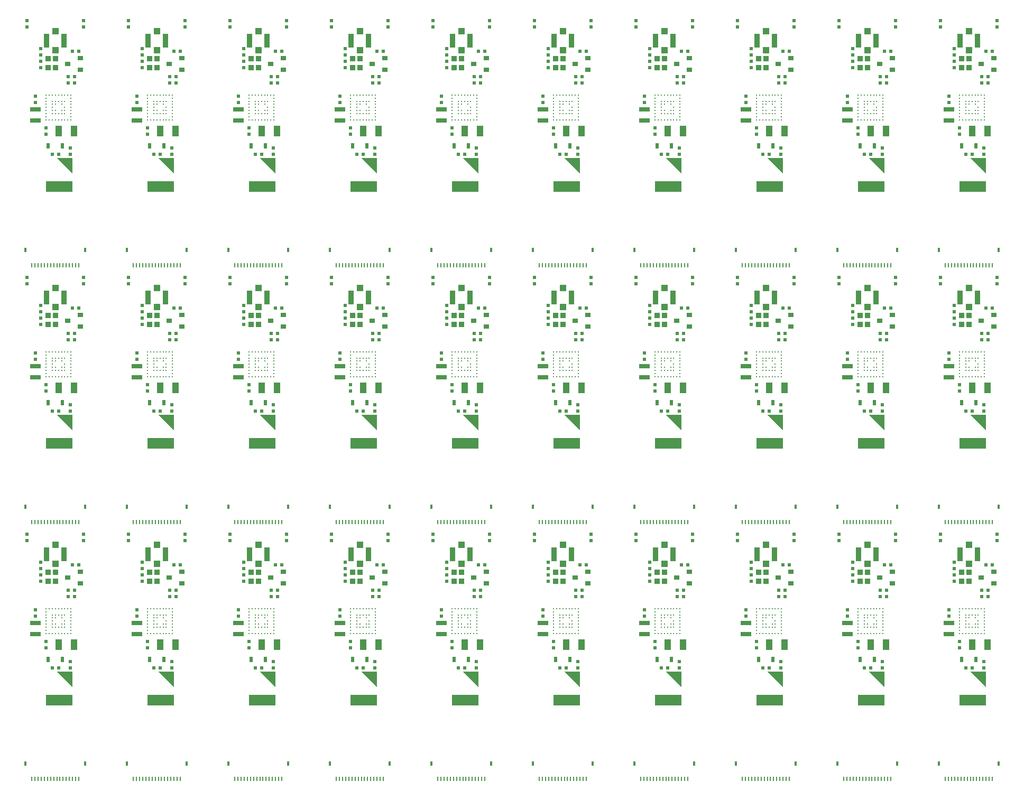
<source format=gtp>
G04 EAGLE Gerber RS-274X export*
G75*
%MOMM*%
%FSLAX34Y34*%
%LPD*%
%INSolderpaste Top*%
%IPPOS*%
%AMOC8*
5,1,8,0,0,1.08239X$1,22.5*%
G01*
%ADD10R,0.600000X0.600000*%
%ADD11R,0.900000X0.800000*%
%ADD12R,0.400000X0.800000*%
%ADD13R,0.250000X0.650000*%
%ADD14C,0.250000*%
%ADD15R,0.850000X2.200000*%
%ADD16R,1.000000X1.050000*%
%ADD17R,1.000000X1.800000*%
%ADD18R,0.850000X0.900000*%
%ADD19R,1.800000X0.800000*%
%ADD20R,4.200000X1.700000*%
%ADD21R,0.630000X0.830000*%

G36*
X1543239Y977924D02*
X1543239Y977924D01*
X1543266Y977926D01*
X1543301Y977952D01*
X1543341Y977970D01*
X1543356Y977993D01*
X1543378Y978009D01*
X1543394Y978050D01*
X1543418Y978087D01*
X1543425Y978130D01*
X1543428Y978139D01*
X1543427Y978146D01*
X1543429Y978160D01*
X1543429Y1002160D01*
X1543424Y1002176D01*
X1543427Y1002193D01*
X1543405Y1002243D01*
X1543390Y1002294D01*
X1543377Y1002305D01*
X1543370Y1002321D01*
X1543325Y1002351D01*
X1543285Y1002386D01*
X1543268Y1002389D01*
X1543254Y1002398D01*
X1543180Y1002409D01*
X1519180Y1002409D01*
X1519138Y1002397D01*
X1519094Y1002394D01*
X1519072Y1002378D01*
X1519046Y1002370D01*
X1519017Y1002337D01*
X1518982Y1002311D01*
X1518972Y1002285D01*
X1518954Y1002265D01*
X1518947Y1002221D01*
X1518932Y1002181D01*
X1518937Y1002154D01*
X1518933Y1002127D01*
X1518951Y1002086D01*
X1518960Y1002044D01*
X1518986Y1002008D01*
X1518990Y1001999D01*
X1518995Y1001995D01*
X1519004Y1001984D01*
X1543004Y977984D01*
X1543042Y977963D01*
X1543075Y977934D01*
X1543102Y977930D01*
X1543126Y977917D01*
X1543170Y977920D01*
X1543213Y977913D01*
X1543239Y977924D01*
G37*
G36*
X1055559Y977924D02*
X1055559Y977924D01*
X1055586Y977926D01*
X1055621Y977952D01*
X1055661Y977970D01*
X1055676Y977993D01*
X1055698Y978009D01*
X1055714Y978050D01*
X1055738Y978087D01*
X1055745Y978130D01*
X1055748Y978139D01*
X1055747Y978146D01*
X1055749Y978160D01*
X1055749Y1002160D01*
X1055744Y1002176D01*
X1055747Y1002193D01*
X1055725Y1002243D01*
X1055710Y1002294D01*
X1055697Y1002305D01*
X1055690Y1002321D01*
X1055645Y1002351D01*
X1055605Y1002386D01*
X1055588Y1002389D01*
X1055574Y1002398D01*
X1055500Y1002409D01*
X1031500Y1002409D01*
X1031458Y1002397D01*
X1031414Y1002394D01*
X1031392Y1002378D01*
X1031366Y1002370D01*
X1031337Y1002337D01*
X1031302Y1002311D01*
X1031292Y1002285D01*
X1031274Y1002265D01*
X1031267Y1002221D01*
X1031252Y1002181D01*
X1031257Y1002154D01*
X1031253Y1002127D01*
X1031271Y1002086D01*
X1031280Y1002044D01*
X1031306Y1002008D01*
X1031310Y1001999D01*
X1031315Y1001995D01*
X1031324Y1001984D01*
X1055324Y977984D01*
X1055362Y977963D01*
X1055395Y977934D01*
X1055422Y977930D01*
X1055446Y977917D01*
X1055490Y977920D01*
X1055533Y977913D01*
X1055559Y977924D01*
G37*
G36*
X405319Y977924D02*
X405319Y977924D01*
X405346Y977926D01*
X405381Y977952D01*
X405421Y977970D01*
X405436Y977993D01*
X405458Y978009D01*
X405474Y978050D01*
X405498Y978087D01*
X405505Y978130D01*
X405508Y978139D01*
X405507Y978146D01*
X405509Y978160D01*
X405509Y1002160D01*
X405504Y1002176D01*
X405507Y1002193D01*
X405485Y1002243D01*
X405470Y1002294D01*
X405457Y1002305D01*
X405450Y1002321D01*
X405405Y1002351D01*
X405365Y1002386D01*
X405348Y1002389D01*
X405334Y1002398D01*
X405260Y1002409D01*
X381260Y1002409D01*
X381218Y1002397D01*
X381174Y1002394D01*
X381152Y1002378D01*
X381126Y1002370D01*
X381097Y1002337D01*
X381062Y1002311D01*
X381052Y1002285D01*
X381034Y1002265D01*
X381027Y1002221D01*
X381012Y1002181D01*
X381017Y1002154D01*
X381013Y1002127D01*
X381031Y1002086D01*
X381040Y1002044D01*
X381066Y1002008D01*
X381070Y1001999D01*
X381075Y1001995D01*
X381084Y1001984D01*
X405084Y977984D01*
X405122Y977963D01*
X405155Y977934D01*
X405182Y977930D01*
X405206Y977917D01*
X405250Y977920D01*
X405293Y977913D01*
X405319Y977924D01*
G37*
G36*
X567879Y977924D02*
X567879Y977924D01*
X567906Y977926D01*
X567941Y977952D01*
X567981Y977970D01*
X567996Y977993D01*
X568018Y978009D01*
X568034Y978050D01*
X568058Y978087D01*
X568065Y978130D01*
X568068Y978139D01*
X568067Y978146D01*
X568069Y978160D01*
X568069Y1002160D01*
X568064Y1002176D01*
X568067Y1002193D01*
X568045Y1002243D01*
X568030Y1002294D01*
X568017Y1002305D01*
X568010Y1002321D01*
X567965Y1002351D01*
X567925Y1002386D01*
X567908Y1002389D01*
X567894Y1002398D01*
X567820Y1002409D01*
X543820Y1002409D01*
X543778Y1002397D01*
X543734Y1002394D01*
X543712Y1002378D01*
X543686Y1002370D01*
X543657Y1002337D01*
X543622Y1002311D01*
X543612Y1002285D01*
X543594Y1002265D01*
X543587Y1002221D01*
X543572Y1002181D01*
X543577Y1002154D01*
X543573Y1002127D01*
X543591Y1002086D01*
X543600Y1002044D01*
X543626Y1002008D01*
X543630Y1001999D01*
X543635Y1001995D01*
X543644Y1001984D01*
X567644Y977984D01*
X567682Y977963D01*
X567715Y977934D01*
X567742Y977930D01*
X567766Y977917D01*
X567810Y977920D01*
X567853Y977913D01*
X567879Y977924D01*
G37*
G36*
X730439Y977924D02*
X730439Y977924D01*
X730466Y977926D01*
X730501Y977952D01*
X730541Y977970D01*
X730556Y977993D01*
X730578Y978009D01*
X730594Y978050D01*
X730618Y978087D01*
X730625Y978130D01*
X730628Y978139D01*
X730627Y978146D01*
X730629Y978160D01*
X730629Y1002160D01*
X730624Y1002176D01*
X730627Y1002193D01*
X730605Y1002243D01*
X730590Y1002294D01*
X730577Y1002305D01*
X730570Y1002321D01*
X730525Y1002351D01*
X730485Y1002386D01*
X730468Y1002389D01*
X730454Y1002398D01*
X730380Y1002409D01*
X706380Y1002409D01*
X706338Y1002397D01*
X706294Y1002394D01*
X706272Y1002378D01*
X706246Y1002370D01*
X706217Y1002337D01*
X706182Y1002311D01*
X706172Y1002285D01*
X706154Y1002265D01*
X706147Y1002221D01*
X706132Y1002181D01*
X706137Y1002154D01*
X706133Y1002127D01*
X706151Y1002086D01*
X706160Y1002044D01*
X706186Y1002008D01*
X706190Y1001999D01*
X706195Y1001995D01*
X706204Y1001984D01*
X730204Y977984D01*
X730242Y977963D01*
X730275Y977934D01*
X730302Y977930D01*
X730326Y977917D01*
X730370Y977920D01*
X730413Y977913D01*
X730439Y977924D01*
G37*
G36*
X80199Y977924D02*
X80199Y977924D01*
X80226Y977926D01*
X80261Y977952D01*
X80301Y977970D01*
X80316Y977993D01*
X80338Y978009D01*
X80354Y978050D01*
X80378Y978087D01*
X80385Y978130D01*
X80388Y978139D01*
X80387Y978146D01*
X80389Y978160D01*
X80389Y1002160D01*
X80384Y1002176D01*
X80387Y1002193D01*
X80365Y1002243D01*
X80350Y1002294D01*
X80337Y1002305D01*
X80330Y1002321D01*
X80285Y1002351D01*
X80245Y1002386D01*
X80228Y1002389D01*
X80214Y1002398D01*
X80140Y1002409D01*
X56140Y1002409D01*
X56098Y1002397D01*
X56054Y1002394D01*
X56032Y1002378D01*
X56006Y1002370D01*
X55977Y1002337D01*
X55942Y1002311D01*
X55932Y1002285D01*
X55914Y1002265D01*
X55907Y1002221D01*
X55892Y1002181D01*
X55897Y1002154D01*
X55893Y1002127D01*
X55911Y1002086D01*
X55920Y1002044D01*
X55946Y1002008D01*
X55950Y1001999D01*
X55955Y1001995D01*
X55964Y1001984D01*
X79964Y977984D01*
X80002Y977963D01*
X80035Y977934D01*
X80062Y977930D01*
X80086Y977917D01*
X80130Y977920D01*
X80173Y977913D01*
X80199Y977924D01*
G37*
G36*
X1218119Y977924D02*
X1218119Y977924D01*
X1218146Y977926D01*
X1218181Y977952D01*
X1218221Y977970D01*
X1218236Y977993D01*
X1218258Y978009D01*
X1218274Y978050D01*
X1218298Y978087D01*
X1218305Y978130D01*
X1218308Y978139D01*
X1218307Y978146D01*
X1218309Y978160D01*
X1218309Y1002160D01*
X1218304Y1002176D01*
X1218307Y1002193D01*
X1218285Y1002243D01*
X1218270Y1002294D01*
X1218257Y1002305D01*
X1218250Y1002321D01*
X1218205Y1002351D01*
X1218165Y1002386D01*
X1218148Y1002389D01*
X1218134Y1002398D01*
X1218060Y1002409D01*
X1194060Y1002409D01*
X1194018Y1002397D01*
X1193974Y1002394D01*
X1193952Y1002378D01*
X1193926Y1002370D01*
X1193897Y1002337D01*
X1193862Y1002311D01*
X1193852Y1002285D01*
X1193834Y1002265D01*
X1193827Y1002221D01*
X1193812Y1002181D01*
X1193817Y1002154D01*
X1193813Y1002127D01*
X1193831Y1002086D01*
X1193840Y1002044D01*
X1193866Y1002008D01*
X1193870Y1001999D01*
X1193875Y1001995D01*
X1193884Y1001984D01*
X1217884Y977984D01*
X1217922Y977963D01*
X1217955Y977934D01*
X1217982Y977930D01*
X1218006Y977917D01*
X1218050Y977920D01*
X1218093Y977913D01*
X1218119Y977924D01*
G37*
G36*
X242759Y977924D02*
X242759Y977924D01*
X242786Y977926D01*
X242821Y977952D01*
X242861Y977970D01*
X242876Y977993D01*
X242898Y978009D01*
X242914Y978050D01*
X242938Y978087D01*
X242945Y978130D01*
X242948Y978139D01*
X242947Y978146D01*
X242949Y978160D01*
X242949Y1002160D01*
X242944Y1002176D01*
X242947Y1002193D01*
X242925Y1002243D01*
X242910Y1002294D01*
X242897Y1002305D01*
X242890Y1002321D01*
X242845Y1002351D01*
X242805Y1002386D01*
X242788Y1002389D01*
X242774Y1002398D01*
X242700Y1002409D01*
X218700Y1002409D01*
X218658Y1002397D01*
X218614Y1002394D01*
X218592Y1002378D01*
X218566Y1002370D01*
X218537Y1002337D01*
X218502Y1002311D01*
X218492Y1002285D01*
X218474Y1002265D01*
X218467Y1002221D01*
X218452Y1002181D01*
X218457Y1002154D01*
X218453Y1002127D01*
X218471Y1002086D01*
X218480Y1002044D01*
X218506Y1002008D01*
X218510Y1001999D01*
X218515Y1001995D01*
X218524Y1001984D01*
X242524Y977984D01*
X242562Y977963D01*
X242595Y977934D01*
X242622Y977930D01*
X242646Y977917D01*
X242690Y977920D01*
X242733Y977913D01*
X242759Y977924D01*
G37*
G36*
X1380679Y977924D02*
X1380679Y977924D01*
X1380706Y977926D01*
X1380741Y977952D01*
X1380781Y977970D01*
X1380796Y977993D01*
X1380818Y978009D01*
X1380834Y978050D01*
X1380858Y978087D01*
X1380865Y978130D01*
X1380868Y978139D01*
X1380867Y978146D01*
X1380869Y978160D01*
X1380869Y1002160D01*
X1380864Y1002176D01*
X1380867Y1002193D01*
X1380845Y1002243D01*
X1380830Y1002294D01*
X1380817Y1002305D01*
X1380810Y1002321D01*
X1380765Y1002351D01*
X1380725Y1002386D01*
X1380708Y1002389D01*
X1380694Y1002398D01*
X1380620Y1002409D01*
X1356620Y1002409D01*
X1356578Y1002397D01*
X1356534Y1002394D01*
X1356512Y1002378D01*
X1356486Y1002370D01*
X1356457Y1002337D01*
X1356422Y1002311D01*
X1356412Y1002285D01*
X1356394Y1002265D01*
X1356387Y1002221D01*
X1356372Y1002181D01*
X1356377Y1002154D01*
X1356373Y1002127D01*
X1356391Y1002086D01*
X1356400Y1002044D01*
X1356426Y1002008D01*
X1356430Y1001999D01*
X1356435Y1001995D01*
X1356444Y1001984D01*
X1380444Y977984D01*
X1380482Y977963D01*
X1380515Y977934D01*
X1380542Y977930D01*
X1380566Y977917D01*
X1380610Y977920D01*
X1380653Y977913D01*
X1380679Y977924D01*
G37*
G36*
X892999Y977924D02*
X892999Y977924D01*
X893026Y977926D01*
X893061Y977952D01*
X893101Y977970D01*
X893116Y977993D01*
X893138Y978009D01*
X893154Y978050D01*
X893178Y978087D01*
X893185Y978130D01*
X893188Y978139D01*
X893187Y978146D01*
X893189Y978160D01*
X893189Y1002160D01*
X893184Y1002176D01*
X893187Y1002193D01*
X893165Y1002243D01*
X893150Y1002294D01*
X893137Y1002305D01*
X893130Y1002321D01*
X893085Y1002351D01*
X893045Y1002386D01*
X893028Y1002389D01*
X893014Y1002398D01*
X892940Y1002409D01*
X868940Y1002409D01*
X868898Y1002397D01*
X868854Y1002394D01*
X868832Y1002378D01*
X868806Y1002370D01*
X868777Y1002337D01*
X868742Y1002311D01*
X868732Y1002285D01*
X868714Y1002265D01*
X868707Y1002221D01*
X868692Y1002181D01*
X868697Y1002154D01*
X868693Y1002127D01*
X868711Y1002086D01*
X868720Y1002044D01*
X868746Y1002008D01*
X868750Y1001999D01*
X868755Y1001995D01*
X868764Y1001984D01*
X892764Y977984D01*
X892802Y977963D01*
X892835Y977934D01*
X892862Y977930D01*
X892886Y977917D01*
X892930Y977920D01*
X892973Y977913D01*
X892999Y977924D01*
G37*
G36*
X1543239Y566444D02*
X1543239Y566444D01*
X1543266Y566446D01*
X1543301Y566472D01*
X1543341Y566490D01*
X1543356Y566513D01*
X1543378Y566529D01*
X1543394Y566570D01*
X1543418Y566607D01*
X1543425Y566650D01*
X1543428Y566659D01*
X1543427Y566666D01*
X1543429Y566680D01*
X1543429Y590680D01*
X1543424Y590696D01*
X1543427Y590713D01*
X1543405Y590763D01*
X1543390Y590814D01*
X1543377Y590825D01*
X1543370Y590841D01*
X1543325Y590871D01*
X1543285Y590906D01*
X1543268Y590909D01*
X1543254Y590918D01*
X1543180Y590929D01*
X1519180Y590929D01*
X1519138Y590917D01*
X1519094Y590914D01*
X1519072Y590898D01*
X1519046Y590890D01*
X1519017Y590857D01*
X1518982Y590831D01*
X1518972Y590805D01*
X1518954Y590785D01*
X1518947Y590741D01*
X1518932Y590701D01*
X1518937Y590674D01*
X1518933Y590647D01*
X1518951Y590606D01*
X1518960Y590564D01*
X1518986Y590528D01*
X1518990Y590519D01*
X1518995Y590515D01*
X1519004Y590504D01*
X1543004Y566504D01*
X1543042Y566483D01*
X1543075Y566454D01*
X1543102Y566450D01*
X1543126Y566437D01*
X1543170Y566440D01*
X1543213Y566433D01*
X1543239Y566444D01*
G37*
G36*
X80199Y566444D02*
X80199Y566444D01*
X80226Y566446D01*
X80261Y566472D01*
X80301Y566490D01*
X80316Y566513D01*
X80338Y566529D01*
X80354Y566570D01*
X80378Y566607D01*
X80385Y566650D01*
X80388Y566659D01*
X80387Y566666D01*
X80389Y566680D01*
X80389Y590680D01*
X80384Y590696D01*
X80387Y590713D01*
X80365Y590763D01*
X80350Y590814D01*
X80337Y590825D01*
X80330Y590841D01*
X80285Y590871D01*
X80245Y590906D01*
X80228Y590909D01*
X80214Y590918D01*
X80140Y590929D01*
X56140Y590929D01*
X56098Y590917D01*
X56054Y590914D01*
X56032Y590898D01*
X56006Y590890D01*
X55977Y590857D01*
X55942Y590831D01*
X55932Y590805D01*
X55914Y590785D01*
X55907Y590741D01*
X55892Y590701D01*
X55897Y590674D01*
X55893Y590647D01*
X55911Y590606D01*
X55920Y590564D01*
X55946Y590528D01*
X55950Y590519D01*
X55955Y590515D01*
X55964Y590504D01*
X79964Y566504D01*
X80002Y566483D01*
X80035Y566454D01*
X80062Y566450D01*
X80086Y566437D01*
X80130Y566440D01*
X80173Y566433D01*
X80199Y566444D01*
G37*
G36*
X730439Y566444D02*
X730439Y566444D01*
X730466Y566446D01*
X730501Y566472D01*
X730541Y566490D01*
X730556Y566513D01*
X730578Y566529D01*
X730594Y566570D01*
X730618Y566607D01*
X730625Y566650D01*
X730628Y566659D01*
X730627Y566666D01*
X730629Y566680D01*
X730629Y590680D01*
X730624Y590696D01*
X730627Y590713D01*
X730605Y590763D01*
X730590Y590814D01*
X730577Y590825D01*
X730570Y590841D01*
X730525Y590871D01*
X730485Y590906D01*
X730468Y590909D01*
X730454Y590918D01*
X730380Y590929D01*
X706380Y590929D01*
X706338Y590917D01*
X706294Y590914D01*
X706272Y590898D01*
X706246Y590890D01*
X706217Y590857D01*
X706182Y590831D01*
X706172Y590805D01*
X706154Y590785D01*
X706147Y590741D01*
X706132Y590701D01*
X706137Y590674D01*
X706133Y590647D01*
X706151Y590606D01*
X706160Y590564D01*
X706186Y590528D01*
X706190Y590519D01*
X706195Y590515D01*
X706204Y590504D01*
X730204Y566504D01*
X730242Y566483D01*
X730275Y566454D01*
X730302Y566450D01*
X730326Y566437D01*
X730370Y566440D01*
X730413Y566433D01*
X730439Y566444D01*
G37*
G36*
X405319Y566444D02*
X405319Y566444D01*
X405346Y566446D01*
X405381Y566472D01*
X405421Y566490D01*
X405436Y566513D01*
X405458Y566529D01*
X405474Y566570D01*
X405498Y566607D01*
X405505Y566650D01*
X405508Y566659D01*
X405507Y566666D01*
X405509Y566680D01*
X405509Y590680D01*
X405504Y590696D01*
X405507Y590713D01*
X405485Y590763D01*
X405470Y590814D01*
X405457Y590825D01*
X405450Y590841D01*
X405405Y590871D01*
X405365Y590906D01*
X405348Y590909D01*
X405334Y590918D01*
X405260Y590929D01*
X381260Y590929D01*
X381218Y590917D01*
X381174Y590914D01*
X381152Y590898D01*
X381126Y590890D01*
X381097Y590857D01*
X381062Y590831D01*
X381052Y590805D01*
X381034Y590785D01*
X381027Y590741D01*
X381012Y590701D01*
X381017Y590674D01*
X381013Y590647D01*
X381031Y590606D01*
X381040Y590564D01*
X381066Y590528D01*
X381070Y590519D01*
X381075Y590515D01*
X381084Y590504D01*
X405084Y566504D01*
X405122Y566483D01*
X405155Y566454D01*
X405182Y566450D01*
X405206Y566437D01*
X405250Y566440D01*
X405293Y566433D01*
X405319Y566444D01*
G37*
G36*
X242759Y566444D02*
X242759Y566444D01*
X242786Y566446D01*
X242821Y566472D01*
X242861Y566490D01*
X242876Y566513D01*
X242898Y566529D01*
X242914Y566570D01*
X242938Y566607D01*
X242945Y566650D01*
X242948Y566659D01*
X242947Y566666D01*
X242949Y566680D01*
X242949Y590680D01*
X242944Y590696D01*
X242947Y590713D01*
X242925Y590763D01*
X242910Y590814D01*
X242897Y590825D01*
X242890Y590841D01*
X242845Y590871D01*
X242805Y590906D01*
X242788Y590909D01*
X242774Y590918D01*
X242700Y590929D01*
X218700Y590929D01*
X218658Y590917D01*
X218614Y590914D01*
X218592Y590898D01*
X218566Y590890D01*
X218537Y590857D01*
X218502Y590831D01*
X218492Y590805D01*
X218474Y590785D01*
X218467Y590741D01*
X218452Y590701D01*
X218457Y590674D01*
X218453Y590647D01*
X218471Y590606D01*
X218480Y590564D01*
X218506Y590528D01*
X218510Y590519D01*
X218515Y590515D01*
X218524Y590504D01*
X242524Y566504D01*
X242562Y566483D01*
X242595Y566454D01*
X242622Y566450D01*
X242646Y566437D01*
X242690Y566440D01*
X242733Y566433D01*
X242759Y566444D01*
G37*
G36*
X567879Y566444D02*
X567879Y566444D01*
X567906Y566446D01*
X567941Y566472D01*
X567981Y566490D01*
X567996Y566513D01*
X568018Y566529D01*
X568034Y566570D01*
X568058Y566607D01*
X568065Y566650D01*
X568068Y566659D01*
X568067Y566666D01*
X568069Y566680D01*
X568069Y590680D01*
X568064Y590696D01*
X568067Y590713D01*
X568045Y590763D01*
X568030Y590814D01*
X568017Y590825D01*
X568010Y590841D01*
X567965Y590871D01*
X567925Y590906D01*
X567908Y590909D01*
X567894Y590918D01*
X567820Y590929D01*
X543820Y590929D01*
X543778Y590917D01*
X543734Y590914D01*
X543712Y590898D01*
X543686Y590890D01*
X543657Y590857D01*
X543622Y590831D01*
X543612Y590805D01*
X543594Y590785D01*
X543587Y590741D01*
X543572Y590701D01*
X543577Y590674D01*
X543573Y590647D01*
X543591Y590606D01*
X543600Y590564D01*
X543626Y590528D01*
X543630Y590519D01*
X543635Y590515D01*
X543644Y590504D01*
X567644Y566504D01*
X567682Y566483D01*
X567715Y566454D01*
X567742Y566450D01*
X567766Y566437D01*
X567810Y566440D01*
X567853Y566433D01*
X567879Y566444D01*
G37*
G36*
X892999Y566444D02*
X892999Y566444D01*
X893026Y566446D01*
X893061Y566472D01*
X893101Y566490D01*
X893116Y566513D01*
X893138Y566529D01*
X893154Y566570D01*
X893178Y566607D01*
X893185Y566650D01*
X893188Y566659D01*
X893187Y566666D01*
X893189Y566680D01*
X893189Y590680D01*
X893184Y590696D01*
X893187Y590713D01*
X893165Y590763D01*
X893150Y590814D01*
X893137Y590825D01*
X893130Y590841D01*
X893085Y590871D01*
X893045Y590906D01*
X893028Y590909D01*
X893014Y590918D01*
X892940Y590929D01*
X868940Y590929D01*
X868898Y590917D01*
X868854Y590914D01*
X868832Y590898D01*
X868806Y590890D01*
X868777Y590857D01*
X868742Y590831D01*
X868732Y590805D01*
X868714Y590785D01*
X868707Y590741D01*
X868692Y590701D01*
X868697Y590674D01*
X868693Y590647D01*
X868711Y590606D01*
X868720Y590564D01*
X868746Y590528D01*
X868750Y590519D01*
X868755Y590515D01*
X868764Y590504D01*
X892764Y566504D01*
X892802Y566483D01*
X892835Y566454D01*
X892862Y566450D01*
X892886Y566437D01*
X892930Y566440D01*
X892973Y566433D01*
X892999Y566444D01*
G37*
G36*
X1055559Y566444D02*
X1055559Y566444D01*
X1055586Y566446D01*
X1055621Y566472D01*
X1055661Y566490D01*
X1055676Y566513D01*
X1055698Y566529D01*
X1055714Y566570D01*
X1055738Y566607D01*
X1055745Y566650D01*
X1055748Y566659D01*
X1055747Y566666D01*
X1055749Y566680D01*
X1055749Y590680D01*
X1055744Y590696D01*
X1055747Y590713D01*
X1055725Y590763D01*
X1055710Y590814D01*
X1055697Y590825D01*
X1055690Y590841D01*
X1055645Y590871D01*
X1055605Y590906D01*
X1055588Y590909D01*
X1055574Y590918D01*
X1055500Y590929D01*
X1031500Y590929D01*
X1031458Y590917D01*
X1031414Y590914D01*
X1031392Y590898D01*
X1031366Y590890D01*
X1031337Y590857D01*
X1031302Y590831D01*
X1031292Y590805D01*
X1031274Y590785D01*
X1031267Y590741D01*
X1031252Y590701D01*
X1031257Y590674D01*
X1031253Y590647D01*
X1031271Y590606D01*
X1031280Y590564D01*
X1031306Y590528D01*
X1031310Y590519D01*
X1031315Y590515D01*
X1031324Y590504D01*
X1055324Y566504D01*
X1055362Y566483D01*
X1055395Y566454D01*
X1055422Y566450D01*
X1055446Y566437D01*
X1055490Y566440D01*
X1055533Y566433D01*
X1055559Y566444D01*
G37*
G36*
X1380679Y566444D02*
X1380679Y566444D01*
X1380706Y566446D01*
X1380741Y566472D01*
X1380781Y566490D01*
X1380796Y566513D01*
X1380818Y566529D01*
X1380834Y566570D01*
X1380858Y566607D01*
X1380865Y566650D01*
X1380868Y566659D01*
X1380867Y566666D01*
X1380869Y566680D01*
X1380869Y590680D01*
X1380864Y590696D01*
X1380867Y590713D01*
X1380845Y590763D01*
X1380830Y590814D01*
X1380817Y590825D01*
X1380810Y590841D01*
X1380765Y590871D01*
X1380725Y590906D01*
X1380708Y590909D01*
X1380694Y590918D01*
X1380620Y590929D01*
X1356620Y590929D01*
X1356578Y590917D01*
X1356534Y590914D01*
X1356512Y590898D01*
X1356486Y590890D01*
X1356457Y590857D01*
X1356422Y590831D01*
X1356412Y590805D01*
X1356394Y590785D01*
X1356387Y590741D01*
X1356372Y590701D01*
X1356377Y590674D01*
X1356373Y590647D01*
X1356391Y590606D01*
X1356400Y590564D01*
X1356426Y590528D01*
X1356430Y590519D01*
X1356435Y590515D01*
X1356444Y590504D01*
X1380444Y566504D01*
X1380482Y566483D01*
X1380515Y566454D01*
X1380542Y566450D01*
X1380566Y566437D01*
X1380610Y566440D01*
X1380653Y566433D01*
X1380679Y566444D01*
G37*
G36*
X1218119Y566444D02*
X1218119Y566444D01*
X1218146Y566446D01*
X1218181Y566472D01*
X1218221Y566490D01*
X1218236Y566513D01*
X1218258Y566529D01*
X1218274Y566570D01*
X1218298Y566607D01*
X1218305Y566650D01*
X1218308Y566659D01*
X1218307Y566666D01*
X1218309Y566680D01*
X1218309Y590680D01*
X1218304Y590696D01*
X1218307Y590713D01*
X1218285Y590763D01*
X1218270Y590814D01*
X1218257Y590825D01*
X1218250Y590841D01*
X1218205Y590871D01*
X1218165Y590906D01*
X1218148Y590909D01*
X1218134Y590918D01*
X1218060Y590929D01*
X1194060Y590929D01*
X1194018Y590917D01*
X1193974Y590914D01*
X1193952Y590898D01*
X1193926Y590890D01*
X1193897Y590857D01*
X1193862Y590831D01*
X1193852Y590805D01*
X1193834Y590785D01*
X1193827Y590741D01*
X1193812Y590701D01*
X1193817Y590674D01*
X1193813Y590647D01*
X1193831Y590606D01*
X1193840Y590564D01*
X1193866Y590528D01*
X1193870Y590519D01*
X1193875Y590515D01*
X1193884Y590504D01*
X1217884Y566504D01*
X1217922Y566483D01*
X1217955Y566454D01*
X1217982Y566450D01*
X1218006Y566437D01*
X1218050Y566440D01*
X1218093Y566433D01*
X1218119Y566444D01*
G37*
G36*
X1543239Y154964D02*
X1543239Y154964D01*
X1543266Y154966D01*
X1543301Y154992D01*
X1543341Y155010D01*
X1543356Y155033D01*
X1543378Y155049D01*
X1543394Y155090D01*
X1543418Y155127D01*
X1543425Y155170D01*
X1543428Y155179D01*
X1543427Y155186D01*
X1543429Y155200D01*
X1543429Y179200D01*
X1543424Y179216D01*
X1543427Y179233D01*
X1543405Y179283D01*
X1543390Y179334D01*
X1543377Y179345D01*
X1543370Y179361D01*
X1543325Y179391D01*
X1543285Y179426D01*
X1543268Y179429D01*
X1543254Y179438D01*
X1543180Y179449D01*
X1519180Y179449D01*
X1519138Y179437D01*
X1519094Y179434D01*
X1519072Y179418D01*
X1519046Y179410D01*
X1519017Y179377D01*
X1518982Y179351D01*
X1518972Y179325D01*
X1518954Y179305D01*
X1518947Y179261D01*
X1518932Y179221D01*
X1518937Y179194D01*
X1518933Y179167D01*
X1518951Y179126D01*
X1518960Y179084D01*
X1518986Y179048D01*
X1518990Y179039D01*
X1518995Y179035D01*
X1519004Y179024D01*
X1543004Y155024D01*
X1543042Y155003D01*
X1543075Y154974D01*
X1543102Y154970D01*
X1543126Y154957D01*
X1543170Y154960D01*
X1543213Y154953D01*
X1543239Y154964D01*
G37*
G36*
X892999Y154964D02*
X892999Y154964D01*
X893026Y154966D01*
X893061Y154992D01*
X893101Y155010D01*
X893116Y155033D01*
X893138Y155049D01*
X893154Y155090D01*
X893178Y155127D01*
X893185Y155170D01*
X893188Y155179D01*
X893187Y155186D01*
X893189Y155200D01*
X893189Y179200D01*
X893184Y179216D01*
X893187Y179233D01*
X893165Y179283D01*
X893150Y179334D01*
X893137Y179345D01*
X893130Y179361D01*
X893085Y179391D01*
X893045Y179426D01*
X893028Y179429D01*
X893014Y179438D01*
X892940Y179449D01*
X868940Y179449D01*
X868898Y179437D01*
X868854Y179434D01*
X868832Y179418D01*
X868806Y179410D01*
X868777Y179377D01*
X868742Y179351D01*
X868732Y179325D01*
X868714Y179305D01*
X868707Y179261D01*
X868692Y179221D01*
X868697Y179194D01*
X868693Y179167D01*
X868711Y179126D01*
X868720Y179084D01*
X868746Y179048D01*
X868750Y179039D01*
X868755Y179035D01*
X868764Y179024D01*
X892764Y155024D01*
X892802Y155003D01*
X892835Y154974D01*
X892862Y154970D01*
X892886Y154957D01*
X892930Y154960D01*
X892973Y154953D01*
X892999Y154964D01*
G37*
G36*
X730439Y154964D02*
X730439Y154964D01*
X730466Y154966D01*
X730501Y154992D01*
X730541Y155010D01*
X730556Y155033D01*
X730578Y155049D01*
X730594Y155090D01*
X730618Y155127D01*
X730625Y155170D01*
X730628Y155179D01*
X730627Y155186D01*
X730629Y155200D01*
X730629Y179200D01*
X730624Y179216D01*
X730627Y179233D01*
X730605Y179283D01*
X730590Y179334D01*
X730577Y179345D01*
X730570Y179361D01*
X730525Y179391D01*
X730485Y179426D01*
X730468Y179429D01*
X730454Y179438D01*
X730380Y179449D01*
X706380Y179449D01*
X706338Y179437D01*
X706294Y179434D01*
X706272Y179418D01*
X706246Y179410D01*
X706217Y179377D01*
X706182Y179351D01*
X706172Y179325D01*
X706154Y179305D01*
X706147Y179261D01*
X706132Y179221D01*
X706137Y179194D01*
X706133Y179167D01*
X706151Y179126D01*
X706160Y179084D01*
X706186Y179048D01*
X706190Y179039D01*
X706195Y179035D01*
X706204Y179024D01*
X730204Y155024D01*
X730242Y155003D01*
X730275Y154974D01*
X730302Y154970D01*
X730326Y154957D01*
X730370Y154960D01*
X730413Y154953D01*
X730439Y154964D01*
G37*
G36*
X567879Y154964D02*
X567879Y154964D01*
X567906Y154966D01*
X567941Y154992D01*
X567981Y155010D01*
X567996Y155033D01*
X568018Y155049D01*
X568034Y155090D01*
X568058Y155127D01*
X568065Y155170D01*
X568068Y155179D01*
X568067Y155186D01*
X568069Y155200D01*
X568069Y179200D01*
X568064Y179216D01*
X568067Y179233D01*
X568045Y179283D01*
X568030Y179334D01*
X568017Y179345D01*
X568010Y179361D01*
X567965Y179391D01*
X567925Y179426D01*
X567908Y179429D01*
X567894Y179438D01*
X567820Y179449D01*
X543820Y179449D01*
X543778Y179437D01*
X543734Y179434D01*
X543712Y179418D01*
X543686Y179410D01*
X543657Y179377D01*
X543622Y179351D01*
X543612Y179325D01*
X543594Y179305D01*
X543587Y179261D01*
X543572Y179221D01*
X543577Y179194D01*
X543573Y179167D01*
X543591Y179126D01*
X543600Y179084D01*
X543626Y179048D01*
X543630Y179039D01*
X543635Y179035D01*
X543644Y179024D01*
X567644Y155024D01*
X567682Y155003D01*
X567715Y154974D01*
X567742Y154970D01*
X567766Y154957D01*
X567810Y154960D01*
X567853Y154953D01*
X567879Y154964D01*
G37*
G36*
X1380679Y154964D02*
X1380679Y154964D01*
X1380706Y154966D01*
X1380741Y154992D01*
X1380781Y155010D01*
X1380796Y155033D01*
X1380818Y155049D01*
X1380834Y155090D01*
X1380858Y155127D01*
X1380865Y155170D01*
X1380868Y155179D01*
X1380867Y155186D01*
X1380869Y155200D01*
X1380869Y179200D01*
X1380864Y179216D01*
X1380867Y179233D01*
X1380845Y179283D01*
X1380830Y179334D01*
X1380817Y179345D01*
X1380810Y179361D01*
X1380765Y179391D01*
X1380725Y179426D01*
X1380708Y179429D01*
X1380694Y179438D01*
X1380620Y179449D01*
X1356620Y179449D01*
X1356578Y179437D01*
X1356534Y179434D01*
X1356512Y179418D01*
X1356486Y179410D01*
X1356457Y179377D01*
X1356422Y179351D01*
X1356412Y179325D01*
X1356394Y179305D01*
X1356387Y179261D01*
X1356372Y179221D01*
X1356377Y179194D01*
X1356373Y179167D01*
X1356391Y179126D01*
X1356400Y179084D01*
X1356426Y179048D01*
X1356430Y179039D01*
X1356435Y179035D01*
X1356444Y179024D01*
X1380444Y155024D01*
X1380482Y155003D01*
X1380515Y154974D01*
X1380542Y154970D01*
X1380566Y154957D01*
X1380610Y154960D01*
X1380653Y154953D01*
X1380679Y154964D01*
G37*
G36*
X1218119Y154964D02*
X1218119Y154964D01*
X1218146Y154966D01*
X1218181Y154992D01*
X1218221Y155010D01*
X1218236Y155033D01*
X1218258Y155049D01*
X1218274Y155090D01*
X1218298Y155127D01*
X1218305Y155170D01*
X1218308Y155179D01*
X1218307Y155186D01*
X1218309Y155200D01*
X1218309Y179200D01*
X1218304Y179216D01*
X1218307Y179233D01*
X1218285Y179283D01*
X1218270Y179334D01*
X1218257Y179345D01*
X1218250Y179361D01*
X1218205Y179391D01*
X1218165Y179426D01*
X1218148Y179429D01*
X1218134Y179438D01*
X1218060Y179449D01*
X1194060Y179449D01*
X1194018Y179437D01*
X1193974Y179434D01*
X1193952Y179418D01*
X1193926Y179410D01*
X1193897Y179377D01*
X1193862Y179351D01*
X1193852Y179325D01*
X1193834Y179305D01*
X1193827Y179261D01*
X1193812Y179221D01*
X1193817Y179194D01*
X1193813Y179167D01*
X1193831Y179126D01*
X1193840Y179084D01*
X1193866Y179048D01*
X1193870Y179039D01*
X1193875Y179035D01*
X1193884Y179024D01*
X1217884Y155024D01*
X1217922Y155003D01*
X1217955Y154974D01*
X1217982Y154970D01*
X1218006Y154957D01*
X1218050Y154960D01*
X1218093Y154953D01*
X1218119Y154964D01*
G37*
G36*
X1055559Y154964D02*
X1055559Y154964D01*
X1055586Y154966D01*
X1055621Y154992D01*
X1055661Y155010D01*
X1055676Y155033D01*
X1055698Y155049D01*
X1055714Y155090D01*
X1055738Y155127D01*
X1055745Y155170D01*
X1055748Y155179D01*
X1055747Y155186D01*
X1055749Y155200D01*
X1055749Y179200D01*
X1055744Y179216D01*
X1055747Y179233D01*
X1055725Y179283D01*
X1055710Y179334D01*
X1055697Y179345D01*
X1055690Y179361D01*
X1055645Y179391D01*
X1055605Y179426D01*
X1055588Y179429D01*
X1055574Y179438D01*
X1055500Y179449D01*
X1031500Y179449D01*
X1031458Y179437D01*
X1031414Y179434D01*
X1031392Y179418D01*
X1031366Y179410D01*
X1031337Y179377D01*
X1031302Y179351D01*
X1031292Y179325D01*
X1031274Y179305D01*
X1031267Y179261D01*
X1031252Y179221D01*
X1031257Y179194D01*
X1031253Y179167D01*
X1031271Y179126D01*
X1031280Y179084D01*
X1031306Y179048D01*
X1031310Y179039D01*
X1031315Y179035D01*
X1031324Y179024D01*
X1055324Y155024D01*
X1055362Y155003D01*
X1055395Y154974D01*
X1055422Y154970D01*
X1055446Y154957D01*
X1055490Y154960D01*
X1055533Y154953D01*
X1055559Y154964D01*
G37*
G36*
X405319Y154964D02*
X405319Y154964D01*
X405346Y154966D01*
X405381Y154992D01*
X405421Y155010D01*
X405436Y155033D01*
X405458Y155049D01*
X405474Y155090D01*
X405498Y155127D01*
X405505Y155170D01*
X405508Y155179D01*
X405507Y155186D01*
X405509Y155200D01*
X405509Y179200D01*
X405504Y179216D01*
X405507Y179233D01*
X405485Y179283D01*
X405470Y179334D01*
X405457Y179345D01*
X405450Y179361D01*
X405405Y179391D01*
X405365Y179426D01*
X405348Y179429D01*
X405334Y179438D01*
X405260Y179449D01*
X381260Y179449D01*
X381218Y179437D01*
X381174Y179434D01*
X381152Y179418D01*
X381126Y179410D01*
X381097Y179377D01*
X381062Y179351D01*
X381052Y179325D01*
X381034Y179305D01*
X381027Y179261D01*
X381012Y179221D01*
X381017Y179194D01*
X381013Y179167D01*
X381031Y179126D01*
X381040Y179084D01*
X381066Y179048D01*
X381070Y179039D01*
X381075Y179035D01*
X381084Y179024D01*
X405084Y155024D01*
X405122Y155003D01*
X405155Y154974D01*
X405182Y154970D01*
X405206Y154957D01*
X405250Y154960D01*
X405293Y154953D01*
X405319Y154964D01*
G37*
G36*
X242759Y154964D02*
X242759Y154964D01*
X242786Y154966D01*
X242821Y154992D01*
X242861Y155010D01*
X242876Y155033D01*
X242898Y155049D01*
X242914Y155090D01*
X242938Y155127D01*
X242945Y155170D01*
X242948Y155179D01*
X242947Y155186D01*
X242949Y155200D01*
X242949Y179200D01*
X242944Y179216D01*
X242947Y179233D01*
X242925Y179283D01*
X242910Y179334D01*
X242897Y179345D01*
X242890Y179361D01*
X242845Y179391D01*
X242805Y179426D01*
X242788Y179429D01*
X242774Y179438D01*
X242700Y179449D01*
X218700Y179449D01*
X218658Y179437D01*
X218614Y179434D01*
X218592Y179418D01*
X218566Y179410D01*
X218537Y179377D01*
X218502Y179351D01*
X218492Y179325D01*
X218474Y179305D01*
X218467Y179261D01*
X218452Y179221D01*
X218457Y179194D01*
X218453Y179167D01*
X218471Y179126D01*
X218480Y179084D01*
X218506Y179048D01*
X218510Y179039D01*
X218515Y179035D01*
X218524Y179024D01*
X242524Y155024D01*
X242562Y155003D01*
X242595Y154974D01*
X242622Y154970D01*
X242646Y154957D01*
X242690Y154960D01*
X242733Y154953D01*
X242759Y154964D01*
G37*
G36*
X80199Y154964D02*
X80199Y154964D01*
X80226Y154966D01*
X80261Y154992D01*
X80301Y155010D01*
X80316Y155033D01*
X80338Y155049D01*
X80354Y155090D01*
X80378Y155127D01*
X80385Y155170D01*
X80388Y155179D01*
X80387Y155186D01*
X80389Y155200D01*
X80389Y179200D01*
X80384Y179216D01*
X80387Y179233D01*
X80365Y179283D01*
X80350Y179334D01*
X80337Y179345D01*
X80330Y179361D01*
X80285Y179391D01*
X80245Y179426D01*
X80228Y179429D01*
X80214Y179438D01*
X80140Y179449D01*
X56140Y179449D01*
X56098Y179437D01*
X56054Y179434D01*
X56032Y179418D01*
X56006Y179410D01*
X55977Y179377D01*
X55942Y179351D01*
X55932Y179325D01*
X55914Y179305D01*
X55907Y179261D01*
X55892Y179221D01*
X55897Y179194D01*
X55893Y179167D01*
X55911Y179126D01*
X55920Y179084D01*
X55946Y179048D01*
X55950Y179039D01*
X55955Y179035D01*
X55964Y179024D01*
X79964Y155024D01*
X80002Y155003D01*
X80035Y154974D01*
X80062Y154970D01*
X80086Y154957D01*
X80130Y154960D01*
X80173Y154953D01*
X80199Y154964D01*
G37*
D10*
X80725Y350520D03*
X90725Y350520D03*
D11*
X93820Y320700D03*
X93820Y339700D03*
X72820Y330200D03*
D10*
X74375Y309880D03*
X84375Y309880D03*
X74375Y299720D03*
X84375Y299720D03*
D12*
X100840Y32455D03*
D13*
X90840Y7455D03*
X85840Y7455D03*
D12*
X5840Y32455D03*
D13*
X80840Y7455D03*
X75840Y7455D03*
X70840Y7455D03*
X65840Y7455D03*
X60840Y7455D03*
X55840Y7455D03*
X50840Y7455D03*
X45840Y7455D03*
X40840Y7455D03*
X35840Y7455D03*
X30840Y7455D03*
X25840Y7455D03*
X20840Y7455D03*
X15840Y7455D03*
D10*
X8255Y389335D03*
X8255Y399335D03*
X98425Y389335D03*
X98425Y399335D03*
D14*
X38460Y280390D03*
X48460Y280390D03*
X53460Y280390D03*
X58460Y280390D03*
X63460Y280390D03*
X68460Y280390D03*
X73460Y280390D03*
X78460Y280390D03*
X43460Y280390D03*
X78460Y275390D03*
X78460Y270390D03*
X78460Y265390D03*
X78460Y260390D03*
X78460Y255390D03*
X78460Y250390D03*
X78460Y245390D03*
X78460Y240390D03*
X73460Y240390D03*
X68460Y240390D03*
X63460Y240390D03*
X58460Y240390D03*
X53460Y240390D03*
X48460Y240390D03*
X43460Y240390D03*
X38460Y240390D03*
X38460Y245390D03*
X38460Y250390D03*
X38460Y255390D03*
X38460Y260390D03*
X38460Y265390D03*
X38460Y270390D03*
X38460Y275390D03*
X48460Y270390D03*
X53460Y270390D03*
X58460Y270390D03*
X63460Y270390D03*
X68460Y270390D03*
X68460Y260390D03*
X68460Y255390D03*
X68460Y250390D03*
X63460Y250390D03*
X58460Y250390D03*
X53460Y250390D03*
X48460Y250390D03*
X48460Y255390D03*
X48460Y260390D03*
X48460Y265390D03*
X53460Y265390D03*
X63460Y265390D03*
X63460Y255390D03*
X53460Y255390D03*
D15*
X67090Y367030D03*
X39590Y367030D03*
D16*
X53340Y351780D03*
X53340Y382280D03*
D10*
X21590Y268050D03*
X21590Y278050D03*
D17*
X58620Y222250D03*
X83620Y222250D03*
D18*
X53425Y338455D03*
X41825Y338455D03*
D10*
X29845Y333930D03*
X29845Y323930D03*
X29845Y344250D03*
X29845Y354250D03*
D19*
X21590Y257285D03*
X21590Y239285D03*
D10*
X38100Y227250D03*
X38100Y217250D03*
X77470Y185500D03*
X77470Y195500D03*
D20*
X59340Y133900D03*
D21*
X41840Y198755D03*
X64840Y198755D03*
D10*
X58340Y185420D03*
X48340Y185420D03*
D18*
X41825Y324485D03*
X53425Y324485D03*
D10*
X243285Y350520D03*
X253285Y350520D03*
D11*
X256380Y320700D03*
X256380Y339700D03*
X235380Y330200D03*
D10*
X236935Y309880D03*
X246935Y309880D03*
X236935Y299720D03*
X246935Y299720D03*
D12*
X263400Y32455D03*
D13*
X253400Y7455D03*
X248400Y7455D03*
D12*
X168400Y32455D03*
D13*
X243400Y7455D03*
X238400Y7455D03*
X233400Y7455D03*
X228400Y7455D03*
X223400Y7455D03*
X218400Y7455D03*
X213400Y7455D03*
X208400Y7455D03*
X203400Y7455D03*
X198400Y7455D03*
X193400Y7455D03*
X188400Y7455D03*
X183400Y7455D03*
X178400Y7455D03*
D10*
X170815Y389335D03*
X170815Y399335D03*
X260985Y389335D03*
X260985Y399335D03*
D14*
X201020Y280390D03*
X211020Y280390D03*
X216020Y280390D03*
X221020Y280390D03*
X226020Y280390D03*
X231020Y280390D03*
X236020Y280390D03*
X241020Y280390D03*
X206020Y280390D03*
X241020Y275390D03*
X241020Y270390D03*
X241020Y265390D03*
X241020Y260390D03*
X241020Y255390D03*
X241020Y250390D03*
X241020Y245390D03*
X241020Y240390D03*
X236020Y240390D03*
X231020Y240390D03*
X226020Y240390D03*
X221020Y240390D03*
X216020Y240390D03*
X211020Y240390D03*
X206020Y240390D03*
X201020Y240390D03*
X201020Y245390D03*
X201020Y250390D03*
X201020Y255390D03*
X201020Y260390D03*
X201020Y265390D03*
X201020Y270390D03*
X201020Y275390D03*
X211020Y270390D03*
X216020Y270390D03*
X221020Y270390D03*
X226020Y270390D03*
X231020Y270390D03*
X231020Y260390D03*
X231020Y255390D03*
X231020Y250390D03*
X226020Y250390D03*
X221020Y250390D03*
X216020Y250390D03*
X211020Y250390D03*
X211020Y255390D03*
X211020Y260390D03*
X211020Y265390D03*
X216020Y265390D03*
X226020Y265390D03*
X226020Y255390D03*
X216020Y255390D03*
D15*
X229650Y367030D03*
X202150Y367030D03*
D16*
X215900Y351780D03*
X215900Y382280D03*
D10*
X184150Y268050D03*
X184150Y278050D03*
D17*
X221180Y222250D03*
X246180Y222250D03*
D18*
X215985Y338455D03*
X204385Y338455D03*
D10*
X192405Y333930D03*
X192405Y323930D03*
X192405Y344250D03*
X192405Y354250D03*
D19*
X184150Y257285D03*
X184150Y239285D03*
D10*
X200660Y227250D03*
X200660Y217250D03*
X240030Y185500D03*
X240030Y195500D03*
D20*
X221900Y133900D03*
D21*
X204400Y198755D03*
X227400Y198755D03*
D10*
X220900Y185420D03*
X210900Y185420D03*
D18*
X204385Y324485D03*
X215985Y324485D03*
D10*
X405845Y350520D03*
X415845Y350520D03*
D11*
X418940Y320700D03*
X418940Y339700D03*
X397940Y330200D03*
D10*
X399495Y309880D03*
X409495Y309880D03*
X399495Y299720D03*
X409495Y299720D03*
D12*
X425960Y32455D03*
D13*
X415960Y7455D03*
X410960Y7455D03*
D12*
X330960Y32455D03*
D13*
X405960Y7455D03*
X400960Y7455D03*
X395960Y7455D03*
X390960Y7455D03*
X385960Y7455D03*
X380960Y7455D03*
X375960Y7455D03*
X370960Y7455D03*
X365960Y7455D03*
X360960Y7455D03*
X355960Y7455D03*
X350960Y7455D03*
X345960Y7455D03*
X340960Y7455D03*
D10*
X333375Y389335D03*
X333375Y399335D03*
X423545Y389335D03*
X423545Y399335D03*
D14*
X363580Y280390D03*
X373580Y280390D03*
X378580Y280390D03*
X383580Y280390D03*
X388580Y280390D03*
X393580Y280390D03*
X398580Y280390D03*
X403580Y280390D03*
X368580Y280390D03*
X403580Y275390D03*
X403580Y270390D03*
X403580Y265390D03*
X403580Y260390D03*
X403580Y255390D03*
X403580Y250390D03*
X403580Y245390D03*
X403580Y240390D03*
X398580Y240390D03*
X393580Y240390D03*
X388580Y240390D03*
X383580Y240390D03*
X378580Y240390D03*
X373580Y240390D03*
X368580Y240390D03*
X363580Y240390D03*
X363580Y245390D03*
X363580Y250390D03*
X363580Y255390D03*
X363580Y260390D03*
X363580Y265390D03*
X363580Y270390D03*
X363580Y275390D03*
X373580Y270390D03*
X378580Y270390D03*
X383580Y270390D03*
X388580Y270390D03*
X393580Y270390D03*
X393580Y260390D03*
X393580Y255390D03*
X393580Y250390D03*
X388580Y250390D03*
X383580Y250390D03*
X378580Y250390D03*
X373580Y250390D03*
X373580Y255390D03*
X373580Y260390D03*
X373580Y265390D03*
X378580Y265390D03*
X388580Y265390D03*
X388580Y255390D03*
X378580Y255390D03*
D15*
X392210Y367030D03*
X364710Y367030D03*
D16*
X378460Y351780D03*
X378460Y382280D03*
D10*
X346710Y268050D03*
X346710Y278050D03*
D17*
X383740Y222250D03*
X408740Y222250D03*
D18*
X378545Y338455D03*
X366945Y338455D03*
D10*
X354965Y333930D03*
X354965Y323930D03*
X354965Y344250D03*
X354965Y354250D03*
D19*
X346710Y257285D03*
X346710Y239285D03*
D10*
X363220Y227250D03*
X363220Y217250D03*
X402590Y185500D03*
X402590Y195500D03*
D20*
X384460Y133900D03*
D21*
X366960Y198755D03*
X389960Y198755D03*
D10*
X383460Y185420D03*
X373460Y185420D03*
D18*
X366945Y324485D03*
X378545Y324485D03*
D10*
X568405Y350520D03*
X578405Y350520D03*
D11*
X581500Y320700D03*
X581500Y339700D03*
X560500Y330200D03*
D10*
X562055Y309880D03*
X572055Y309880D03*
X562055Y299720D03*
X572055Y299720D03*
D12*
X588520Y32455D03*
D13*
X578520Y7455D03*
X573520Y7455D03*
D12*
X493520Y32455D03*
D13*
X568520Y7455D03*
X563520Y7455D03*
X558520Y7455D03*
X553520Y7455D03*
X548520Y7455D03*
X543520Y7455D03*
X538520Y7455D03*
X533520Y7455D03*
X528520Y7455D03*
X523520Y7455D03*
X518520Y7455D03*
X513520Y7455D03*
X508520Y7455D03*
X503520Y7455D03*
D10*
X495935Y389335D03*
X495935Y399335D03*
X586105Y389335D03*
X586105Y399335D03*
D14*
X526140Y280390D03*
X536140Y280390D03*
X541140Y280390D03*
X546140Y280390D03*
X551140Y280390D03*
X556140Y280390D03*
X561140Y280390D03*
X566140Y280390D03*
X531140Y280390D03*
X566140Y275390D03*
X566140Y270390D03*
X566140Y265390D03*
X566140Y260390D03*
X566140Y255390D03*
X566140Y250390D03*
X566140Y245390D03*
X566140Y240390D03*
X561140Y240390D03*
X556140Y240390D03*
X551140Y240390D03*
X546140Y240390D03*
X541140Y240390D03*
X536140Y240390D03*
X531140Y240390D03*
X526140Y240390D03*
X526140Y245390D03*
X526140Y250390D03*
X526140Y255390D03*
X526140Y260390D03*
X526140Y265390D03*
X526140Y270390D03*
X526140Y275390D03*
X536140Y270390D03*
X541140Y270390D03*
X546140Y270390D03*
X551140Y270390D03*
X556140Y270390D03*
X556140Y260390D03*
X556140Y255390D03*
X556140Y250390D03*
X551140Y250390D03*
X546140Y250390D03*
X541140Y250390D03*
X536140Y250390D03*
X536140Y255390D03*
X536140Y260390D03*
X536140Y265390D03*
X541140Y265390D03*
X551140Y265390D03*
X551140Y255390D03*
X541140Y255390D03*
D15*
X554770Y367030D03*
X527270Y367030D03*
D16*
X541020Y351780D03*
X541020Y382280D03*
D10*
X509270Y268050D03*
X509270Y278050D03*
D17*
X546300Y222250D03*
X571300Y222250D03*
D18*
X541105Y338455D03*
X529505Y338455D03*
D10*
X517525Y333930D03*
X517525Y323930D03*
X517525Y344250D03*
X517525Y354250D03*
D19*
X509270Y257285D03*
X509270Y239285D03*
D10*
X525780Y227250D03*
X525780Y217250D03*
X565150Y185500D03*
X565150Y195500D03*
D20*
X547020Y133900D03*
D21*
X529520Y198755D03*
X552520Y198755D03*
D10*
X546020Y185420D03*
X536020Y185420D03*
D18*
X529505Y324485D03*
X541105Y324485D03*
D10*
X730965Y350520D03*
X740965Y350520D03*
D11*
X744060Y320700D03*
X744060Y339700D03*
X723060Y330200D03*
D10*
X724615Y309880D03*
X734615Y309880D03*
X724615Y299720D03*
X734615Y299720D03*
D12*
X751080Y32455D03*
D13*
X741080Y7455D03*
X736080Y7455D03*
D12*
X656080Y32455D03*
D13*
X731080Y7455D03*
X726080Y7455D03*
X721080Y7455D03*
X716080Y7455D03*
X711080Y7455D03*
X706080Y7455D03*
X701080Y7455D03*
X696080Y7455D03*
X691080Y7455D03*
X686080Y7455D03*
X681080Y7455D03*
X676080Y7455D03*
X671080Y7455D03*
X666080Y7455D03*
D10*
X658495Y389335D03*
X658495Y399335D03*
X748665Y389335D03*
X748665Y399335D03*
D14*
X688700Y280390D03*
X698700Y280390D03*
X703700Y280390D03*
X708700Y280390D03*
X713700Y280390D03*
X718700Y280390D03*
X723700Y280390D03*
X728700Y280390D03*
X693700Y280390D03*
X728700Y275390D03*
X728700Y270390D03*
X728700Y265390D03*
X728700Y260390D03*
X728700Y255390D03*
X728700Y250390D03*
X728700Y245390D03*
X728700Y240390D03*
X723700Y240390D03*
X718700Y240390D03*
X713700Y240390D03*
X708700Y240390D03*
X703700Y240390D03*
X698700Y240390D03*
X693700Y240390D03*
X688700Y240390D03*
X688700Y245390D03*
X688700Y250390D03*
X688700Y255390D03*
X688700Y260390D03*
X688700Y265390D03*
X688700Y270390D03*
X688700Y275390D03*
X698700Y270390D03*
X703700Y270390D03*
X708700Y270390D03*
X713700Y270390D03*
X718700Y270390D03*
X718700Y260390D03*
X718700Y255390D03*
X718700Y250390D03*
X713700Y250390D03*
X708700Y250390D03*
X703700Y250390D03*
X698700Y250390D03*
X698700Y255390D03*
X698700Y260390D03*
X698700Y265390D03*
X703700Y265390D03*
X713700Y265390D03*
X713700Y255390D03*
X703700Y255390D03*
D15*
X717330Y367030D03*
X689830Y367030D03*
D16*
X703580Y351780D03*
X703580Y382280D03*
D10*
X671830Y268050D03*
X671830Y278050D03*
D17*
X708860Y222250D03*
X733860Y222250D03*
D18*
X703665Y338455D03*
X692065Y338455D03*
D10*
X680085Y333930D03*
X680085Y323930D03*
X680085Y344250D03*
X680085Y354250D03*
D19*
X671830Y257285D03*
X671830Y239285D03*
D10*
X688340Y227250D03*
X688340Y217250D03*
X727710Y185500D03*
X727710Y195500D03*
D20*
X709580Y133900D03*
D21*
X692080Y198755D03*
X715080Y198755D03*
D10*
X708580Y185420D03*
X698580Y185420D03*
D18*
X692065Y324485D03*
X703665Y324485D03*
D10*
X893525Y350520D03*
X903525Y350520D03*
D11*
X906620Y320700D03*
X906620Y339700D03*
X885620Y330200D03*
D10*
X887175Y309880D03*
X897175Y309880D03*
X887175Y299720D03*
X897175Y299720D03*
D12*
X913640Y32455D03*
D13*
X903640Y7455D03*
X898640Y7455D03*
D12*
X818640Y32455D03*
D13*
X893640Y7455D03*
X888640Y7455D03*
X883640Y7455D03*
X878640Y7455D03*
X873640Y7455D03*
X868640Y7455D03*
X863640Y7455D03*
X858640Y7455D03*
X853640Y7455D03*
X848640Y7455D03*
X843640Y7455D03*
X838640Y7455D03*
X833640Y7455D03*
X828640Y7455D03*
D10*
X821055Y389335D03*
X821055Y399335D03*
X911225Y389335D03*
X911225Y399335D03*
D14*
X851260Y280390D03*
X861260Y280390D03*
X866260Y280390D03*
X871260Y280390D03*
X876260Y280390D03*
X881260Y280390D03*
X886260Y280390D03*
X891260Y280390D03*
X856260Y280390D03*
X891260Y275390D03*
X891260Y270390D03*
X891260Y265390D03*
X891260Y260390D03*
X891260Y255390D03*
X891260Y250390D03*
X891260Y245390D03*
X891260Y240390D03*
X886260Y240390D03*
X881260Y240390D03*
X876260Y240390D03*
X871260Y240390D03*
X866260Y240390D03*
X861260Y240390D03*
X856260Y240390D03*
X851260Y240390D03*
X851260Y245390D03*
X851260Y250390D03*
X851260Y255390D03*
X851260Y260390D03*
X851260Y265390D03*
X851260Y270390D03*
X851260Y275390D03*
X861260Y270390D03*
X866260Y270390D03*
X871260Y270390D03*
X876260Y270390D03*
X881260Y270390D03*
X881260Y260390D03*
X881260Y255390D03*
X881260Y250390D03*
X876260Y250390D03*
X871260Y250390D03*
X866260Y250390D03*
X861260Y250390D03*
X861260Y255390D03*
X861260Y260390D03*
X861260Y265390D03*
X866260Y265390D03*
X876260Y265390D03*
X876260Y255390D03*
X866260Y255390D03*
D15*
X879890Y367030D03*
X852390Y367030D03*
D16*
X866140Y351780D03*
X866140Y382280D03*
D10*
X834390Y268050D03*
X834390Y278050D03*
D17*
X871420Y222250D03*
X896420Y222250D03*
D18*
X866225Y338455D03*
X854625Y338455D03*
D10*
X842645Y333930D03*
X842645Y323930D03*
X842645Y344250D03*
X842645Y354250D03*
D19*
X834390Y257285D03*
X834390Y239285D03*
D10*
X850900Y227250D03*
X850900Y217250D03*
X890270Y185500D03*
X890270Y195500D03*
D20*
X872140Y133900D03*
D21*
X854640Y198755D03*
X877640Y198755D03*
D10*
X871140Y185420D03*
X861140Y185420D03*
D18*
X854625Y324485D03*
X866225Y324485D03*
D10*
X1056085Y350520D03*
X1066085Y350520D03*
D11*
X1069180Y320700D03*
X1069180Y339700D03*
X1048180Y330200D03*
D10*
X1049735Y309880D03*
X1059735Y309880D03*
X1049735Y299720D03*
X1059735Y299720D03*
D12*
X1076200Y32455D03*
D13*
X1066200Y7455D03*
X1061200Y7455D03*
D12*
X981200Y32455D03*
D13*
X1056200Y7455D03*
X1051200Y7455D03*
X1046200Y7455D03*
X1041200Y7455D03*
X1036200Y7455D03*
X1031200Y7455D03*
X1026200Y7455D03*
X1021200Y7455D03*
X1016200Y7455D03*
X1011200Y7455D03*
X1006200Y7455D03*
X1001200Y7455D03*
X996200Y7455D03*
X991200Y7455D03*
D10*
X983615Y389335D03*
X983615Y399335D03*
X1073785Y389335D03*
X1073785Y399335D03*
D14*
X1013820Y280390D03*
X1023820Y280390D03*
X1028820Y280390D03*
X1033820Y280390D03*
X1038820Y280390D03*
X1043820Y280390D03*
X1048820Y280390D03*
X1053820Y280390D03*
X1018820Y280390D03*
X1053820Y275390D03*
X1053820Y270390D03*
X1053820Y265390D03*
X1053820Y260390D03*
X1053820Y255390D03*
X1053820Y250390D03*
X1053820Y245390D03*
X1053820Y240390D03*
X1048820Y240390D03*
X1043820Y240390D03*
X1038820Y240390D03*
X1033820Y240390D03*
X1028820Y240390D03*
X1023820Y240390D03*
X1018820Y240390D03*
X1013820Y240390D03*
X1013820Y245390D03*
X1013820Y250390D03*
X1013820Y255390D03*
X1013820Y260390D03*
X1013820Y265390D03*
X1013820Y270390D03*
X1013820Y275390D03*
X1023820Y270390D03*
X1028820Y270390D03*
X1033820Y270390D03*
X1038820Y270390D03*
X1043820Y270390D03*
X1043820Y260390D03*
X1043820Y255390D03*
X1043820Y250390D03*
X1038820Y250390D03*
X1033820Y250390D03*
X1028820Y250390D03*
X1023820Y250390D03*
X1023820Y255390D03*
X1023820Y260390D03*
X1023820Y265390D03*
X1028820Y265390D03*
X1038820Y265390D03*
X1038820Y255390D03*
X1028820Y255390D03*
D15*
X1042450Y367030D03*
X1014950Y367030D03*
D16*
X1028700Y351780D03*
X1028700Y382280D03*
D10*
X996950Y268050D03*
X996950Y278050D03*
D17*
X1033980Y222250D03*
X1058980Y222250D03*
D18*
X1028785Y338455D03*
X1017185Y338455D03*
D10*
X1005205Y333930D03*
X1005205Y323930D03*
X1005205Y344250D03*
X1005205Y354250D03*
D19*
X996950Y257285D03*
X996950Y239285D03*
D10*
X1013460Y227250D03*
X1013460Y217250D03*
X1052830Y185500D03*
X1052830Y195500D03*
D20*
X1034700Y133900D03*
D21*
X1017200Y198755D03*
X1040200Y198755D03*
D10*
X1033700Y185420D03*
X1023700Y185420D03*
D18*
X1017185Y324485D03*
X1028785Y324485D03*
D10*
X1218645Y350520D03*
X1228645Y350520D03*
D11*
X1231740Y320700D03*
X1231740Y339700D03*
X1210740Y330200D03*
D10*
X1212295Y309880D03*
X1222295Y309880D03*
X1212295Y299720D03*
X1222295Y299720D03*
D12*
X1238760Y32455D03*
D13*
X1228760Y7455D03*
X1223760Y7455D03*
D12*
X1143760Y32455D03*
D13*
X1218760Y7455D03*
X1213760Y7455D03*
X1208760Y7455D03*
X1203760Y7455D03*
X1198760Y7455D03*
X1193760Y7455D03*
X1188760Y7455D03*
X1183760Y7455D03*
X1178760Y7455D03*
X1173760Y7455D03*
X1168760Y7455D03*
X1163760Y7455D03*
X1158760Y7455D03*
X1153760Y7455D03*
D10*
X1146175Y389335D03*
X1146175Y399335D03*
X1236345Y389335D03*
X1236345Y399335D03*
D14*
X1176380Y280390D03*
X1186380Y280390D03*
X1191380Y280390D03*
X1196380Y280390D03*
X1201380Y280390D03*
X1206380Y280390D03*
X1211380Y280390D03*
X1216380Y280390D03*
X1181380Y280390D03*
X1216380Y275390D03*
X1216380Y270390D03*
X1216380Y265390D03*
X1216380Y260390D03*
X1216380Y255390D03*
X1216380Y250390D03*
X1216380Y245390D03*
X1216380Y240390D03*
X1211380Y240390D03*
X1206380Y240390D03*
X1201380Y240390D03*
X1196380Y240390D03*
X1191380Y240390D03*
X1186380Y240390D03*
X1181380Y240390D03*
X1176380Y240390D03*
X1176380Y245390D03*
X1176380Y250390D03*
X1176380Y255390D03*
X1176380Y260390D03*
X1176380Y265390D03*
X1176380Y270390D03*
X1176380Y275390D03*
X1186380Y270390D03*
X1191380Y270390D03*
X1196380Y270390D03*
X1201380Y270390D03*
X1206380Y270390D03*
X1206380Y260390D03*
X1206380Y255390D03*
X1206380Y250390D03*
X1201380Y250390D03*
X1196380Y250390D03*
X1191380Y250390D03*
X1186380Y250390D03*
X1186380Y255390D03*
X1186380Y260390D03*
X1186380Y265390D03*
X1191380Y265390D03*
X1201380Y265390D03*
X1201380Y255390D03*
X1191380Y255390D03*
D15*
X1205010Y367030D03*
X1177510Y367030D03*
D16*
X1191260Y351780D03*
X1191260Y382280D03*
D10*
X1159510Y268050D03*
X1159510Y278050D03*
D17*
X1196540Y222250D03*
X1221540Y222250D03*
D18*
X1191345Y338455D03*
X1179745Y338455D03*
D10*
X1167765Y333930D03*
X1167765Y323930D03*
X1167765Y344250D03*
X1167765Y354250D03*
D19*
X1159510Y257285D03*
X1159510Y239285D03*
D10*
X1176020Y227250D03*
X1176020Y217250D03*
X1215390Y185500D03*
X1215390Y195500D03*
D20*
X1197260Y133900D03*
D21*
X1179760Y198755D03*
X1202760Y198755D03*
D10*
X1196260Y185420D03*
X1186260Y185420D03*
D18*
X1179745Y324485D03*
X1191345Y324485D03*
D10*
X1381205Y350520D03*
X1391205Y350520D03*
D11*
X1394300Y320700D03*
X1394300Y339700D03*
X1373300Y330200D03*
D10*
X1374855Y309880D03*
X1384855Y309880D03*
X1374855Y299720D03*
X1384855Y299720D03*
D12*
X1401320Y32455D03*
D13*
X1391320Y7455D03*
X1386320Y7455D03*
D12*
X1306320Y32455D03*
D13*
X1381320Y7455D03*
X1376320Y7455D03*
X1371320Y7455D03*
X1366320Y7455D03*
X1361320Y7455D03*
X1356320Y7455D03*
X1351320Y7455D03*
X1346320Y7455D03*
X1341320Y7455D03*
X1336320Y7455D03*
X1331320Y7455D03*
X1326320Y7455D03*
X1321320Y7455D03*
X1316320Y7455D03*
D10*
X1308735Y389335D03*
X1308735Y399335D03*
X1398905Y389335D03*
X1398905Y399335D03*
D14*
X1338940Y280390D03*
X1348940Y280390D03*
X1353940Y280390D03*
X1358940Y280390D03*
X1363940Y280390D03*
X1368940Y280390D03*
X1373940Y280390D03*
X1378940Y280390D03*
X1343940Y280390D03*
X1378940Y275390D03*
X1378940Y270390D03*
X1378940Y265390D03*
X1378940Y260390D03*
X1378940Y255390D03*
X1378940Y250390D03*
X1378940Y245390D03*
X1378940Y240390D03*
X1373940Y240390D03*
X1368940Y240390D03*
X1363940Y240390D03*
X1358940Y240390D03*
X1353940Y240390D03*
X1348940Y240390D03*
X1343940Y240390D03*
X1338940Y240390D03*
X1338940Y245390D03*
X1338940Y250390D03*
X1338940Y255390D03*
X1338940Y260390D03*
X1338940Y265390D03*
X1338940Y270390D03*
X1338940Y275390D03*
X1348940Y270390D03*
X1353940Y270390D03*
X1358940Y270390D03*
X1363940Y270390D03*
X1368940Y270390D03*
X1368940Y260390D03*
X1368940Y255390D03*
X1368940Y250390D03*
X1363940Y250390D03*
X1358940Y250390D03*
X1353940Y250390D03*
X1348940Y250390D03*
X1348940Y255390D03*
X1348940Y260390D03*
X1348940Y265390D03*
X1353940Y265390D03*
X1363940Y265390D03*
X1363940Y255390D03*
X1353940Y255390D03*
D15*
X1367570Y367030D03*
X1340070Y367030D03*
D16*
X1353820Y351780D03*
X1353820Y382280D03*
D10*
X1322070Y268050D03*
X1322070Y278050D03*
D17*
X1359100Y222250D03*
X1384100Y222250D03*
D18*
X1353905Y338455D03*
X1342305Y338455D03*
D10*
X1330325Y333930D03*
X1330325Y323930D03*
X1330325Y344250D03*
X1330325Y354250D03*
D19*
X1322070Y257285D03*
X1322070Y239285D03*
D10*
X1338580Y227250D03*
X1338580Y217250D03*
X1377950Y185500D03*
X1377950Y195500D03*
D20*
X1359820Y133900D03*
D21*
X1342320Y198755D03*
X1365320Y198755D03*
D10*
X1358820Y185420D03*
X1348820Y185420D03*
D18*
X1342305Y324485D03*
X1353905Y324485D03*
D10*
X1543765Y350520D03*
X1553765Y350520D03*
D11*
X1556860Y320700D03*
X1556860Y339700D03*
X1535860Y330200D03*
D10*
X1537415Y309880D03*
X1547415Y309880D03*
X1537415Y299720D03*
X1547415Y299720D03*
D12*
X1563880Y32455D03*
D13*
X1553880Y7455D03*
X1548880Y7455D03*
D12*
X1468880Y32455D03*
D13*
X1543880Y7455D03*
X1538880Y7455D03*
X1533880Y7455D03*
X1528880Y7455D03*
X1523880Y7455D03*
X1518880Y7455D03*
X1513880Y7455D03*
X1508880Y7455D03*
X1503880Y7455D03*
X1498880Y7455D03*
X1493880Y7455D03*
X1488880Y7455D03*
X1483880Y7455D03*
X1478880Y7455D03*
D10*
X1471295Y389335D03*
X1471295Y399335D03*
X1561465Y389335D03*
X1561465Y399335D03*
D14*
X1501500Y280390D03*
X1511500Y280390D03*
X1516500Y280390D03*
X1521500Y280390D03*
X1526500Y280390D03*
X1531500Y280390D03*
X1536500Y280390D03*
X1541500Y280390D03*
X1506500Y280390D03*
X1541500Y275390D03*
X1541500Y270390D03*
X1541500Y265390D03*
X1541500Y260390D03*
X1541500Y255390D03*
X1541500Y250390D03*
X1541500Y245390D03*
X1541500Y240390D03*
X1536500Y240390D03*
X1531500Y240390D03*
X1526500Y240390D03*
X1521500Y240390D03*
X1516500Y240390D03*
X1511500Y240390D03*
X1506500Y240390D03*
X1501500Y240390D03*
X1501500Y245390D03*
X1501500Y250390D03*
X1501500Y255390D03*
X1501500Y260390D03*
X1501500Y265390D03*
X1501500Y270390D03*
X1501500Y275390D03*
X1511500Y270390D03*
X1516500Y270390D03*
X1521500Y270390D03*
X1526500Y270390D03*
X1531500Y270390D03*
X1531500Y260390D03*
X1531500Y255390D03*
X1531500Y250390D03*
X1526500Y250390D03*
X1521500Y250390D03*
X1516500Y250390D03*
X1511500Y250390D03*
X1511500Y255390D03*
X1511500Y260390D03*
X1511500Y265390D03*
X1516500Y265390D03*
X1526500Y265390D03*
X1526500Y255390D03*
X1516500Y255390D03*
D15*
X1530130Y367030D03*
X1502630Y367030D03*
D16*
X1516380Y351780D03*
X1516380Y382280D03*
D10*
X1484630Y268050D03*
X1484630Y278050D03*
D17*
X1521660Y222250D03*
X1546660Y222250D03*
D18*
X1516465Y338455D03*
X1504865Y338455D03*
D10*
X1492885Y333930D03*
X1492885Y323930D03*
X1492885Y344250D03*
X1492885Y354250D03*
D19*
X1484630Y257285D03*
X1484630Y239285D03*
D10*
X1501140Y227250D03*
X1501140Y217250D03*
X1540510Y185500D03*
X1540510Y195500D03*
D20*
X1522380Y133900D03*
D21*
X1504880Y198755D03*
X1527880Y198755D03*
D10*
X1521380Y185420D03*
X1511380Y185420D03*
D18*
X1504865Y324485D03*
X1516465Y324485D03*
D10*
X80725Y762000D03*
X90725Y762000D03*
D11*
X93820Y732180D03*
X93820Y751180D03*
X72820Y741680D03*
D10*
X74375Y721360D03*
X84375Y721360D03*
X74375Y711200D03*
X84375Y711200D03*
D12*
X100840Y443935D03*
D13*
X90840Y418935D03*
X85840Y418935D03*
D12*
X5840Y443935D03*
D13*
X80840Y418935D03*
X75840Y418935D03*
X70840Y418935D03*
X65840Y418935D03*
X60840Y418935D03*
X55840Y418935D03*
X50840Y418935D03*
X45840Y418935D03*
X40840Y418935D03*
X35840Y418935D03*
X30840Y418935D03*
X25840Y418935D03*
X20840Y418935D03*
X15840Y418935D03*
D10*
X8255Y800815D03*
X8255Y810815D03*
X98425Y800815D03*
X98425Y810815D03*
D14*
X38460Y691870D03*
X48460Y691870D03*
X53460Y691870D03*
X58460Y691870D03*
X63460Y691870D03*
X68460Y691870D03*
X73460Y691870D03*
X78460Y691870D03*
X43460Y691870D03*
X78460Y686870D03*
X78460Y681870D03*
X78460Y676870D03*
X78460Y671870D03*
X78460Y666870D03*
X78460Y661870D03*
X78460Y656870D03*
X78460Y651870D03*
X73460Y651870D03*
X68460Y651870D03*
X63460Y651870D03*
X58460Y651870D03*
X53460Y651870D03*
X48460Y651870D03*
X43460Y651870D03*
X38460Y651870D03*
X38460Y656870D03*
X38460Y661870D03*
X38460Y666870D03*
X38460Y671870D03*
X38460Y676870D03*
X38460Y681870D03*
X38460Y686870D03*
X48460Y681870D03*
X53460Y681870D03*
X58460Y681870D03*
X63460Y681870D03*
X68460Y681870D03*
X68460Y671870D03*
X68460Y666870D03*
X68460Y661870D03*
X63460Y661870D03*
X58460Y661870D03*
X53460Y661870D03*
X48460Y661870D03*
X48460Y666870D03*
X48460Y671870D03*
X48460Y676870D03*
X53460Y676870D03*
X63460Y676870D03*
X63460Y666870D03*
X53460Y666870D03*
D15*
X67090Y778510D03*
X39590Y778510D03*
D16*
X53340Y763260D03*
X53340Y793760D03*
D10*
X21590Y679530D03*
X21590Y689530D03*
D17*
X58620Y633730D03*
X83620Y633730D03*
D18*
X53425Y749935D03*
X41825Y749935D03*
D10*
X29845Y745410D03*
X29845Y735410D03*
X29845Y755730D03*
X29845Y765730D03*
D19*
X21590Y668765D03*
X21590Y650765D03*
D10*
X38100Y638730D03*
X38100Y628730D03*
X77470Y596980D03*
X77470Y606980D03*
D20*
X59340Y545380D03*
D21*
X41840Y610235D03*
X64840Y610235D03*
D10*
X58340Y596900D03*
X48340Y596900D03*
D18*
X41825Y735965D03*
X53425Y735965D03*
D10*
X243285Y762000D03*
X253285Y762000D03*
D11*
X256380Y732180D03*
X256380Y751180D03*
X235380Y741680D03*
D10*
X236935Y721360D03*
X246935Y721360D03*
X236935Y711200D03*
X246935Y711200D03*
D12*
X263400Y443935D03*
D13*
X253400Y418935D03*
X248400Y418935D03*
D12*
X168400Y443935D03*
D13*
X243400Y418935D03*
X238400Y418935D03*
X233400Y418935D03*
X228400Y418935D03*
X223400Y418935D03*
X218400Y418935D03*
X213400Y418935D03*
X208400Y418935D03*
X203400Y418935D03*
X198400Y418935D03*
X193400Y418935D03*
X188400Y418935D03*
X183400Y418935D03*
X178400Y418935D03*
D10*
X170815Y800815D03*
X170815Y810815D03*
X260985Y800815D03*
X260985Y810815D03*
D14*
X201020Y691870D03*
X211020Y691870D03*
X216020Y691870D03*
X221020Y691870D03*
X226020Y691870D03*
X231020Y691870D03*
X236020Y691870D03*
X241020Y691870D03*
X206020Y691870D03*
X241020Y686870D03*
X241020Y681870D03*
X241020Y676870D03*
X241020Y671870D03*
X241020Y666870D03*
X241020Y661870D03*
X241020Y656870D03*
X241020Y651870D03*
X236020Y651870D03*
X231020Y651870D03*
X226020Y651870D03*
X221020Y651870D03*
X216020Y651870D03*
X211020Y651870D03*
X206020Y651870D03*
X201020Y651870D03*
X201020Y656870D03*
X201020Y661870D03*
X201020Y666870D03*
X201020Y671870D03*
X201020Y676870D03*
X201020Y681870D03*
X201020Y686870D03*
X211020Y681870D03*
X216020Y681870D03*
X221020Y681870D03*
X226020Y681870D03*
X231020Y681870D03*
X231020Y671870D03*
X231020Y666870D03*
X231020Y661870D03*
X226020Y661870D03*
X221020Y661870D03*
X216020Y661870D03*
X211020Y661870D03*
X211020Y666870D03*
X211020Y671870D03*
X211020Y676870D03*
X216020Y676870D03*
X226020Y676870D03*
X226020Y666870D03*
X216020Y666870D03*
D15*
X229650Y778510D03*
X202150Y778510D03*
D16*
X215900Y763260D03*
X215900Y793760D03*
D10*
X184150Y679530D03*
X184150Y689530D03*
D17*
X221180Y633730D03*
X246180Y633730D03*
D18*
X215985Y749935D03*
X204385Y749935D03*
D10*
X192405Y745410D03*
X192405Y735410D03*
X192405Y755730D03*
X192405Y765730D03*
D19*
X184150Y668765D03*
X184150Y650765D03*
D10*
X200660Y638730D03*
X200660Y628730D03*
X240030Y596980D03*
X240030Y606980D03*
D20*
X221900Y545380D03*
D21*
X204400Y610235D03*
X227400Y610235D03*
D10*
X220900Y596900D03*
X210900Y596900D03*
D18*
X204385Y735965D03*
X215985Y735965D03*
D10*
X405845Y762000D03*
X415845Y762000D03*
D11*
X418940Y732180D03*
X418940Y751180D03*
X397940Y741680D03*
D10*
X399495Y721360D03*
X409495Y721360D03*
X399495Y711200D03*
X409495Y711200D03*
D12*
X425960Y443935D03*
D13*
X415960Y418935D03*
X410960Y418935D03*
D12*
X330960Y443935D03*
D13*
X405960Y418935D03*
X400960Y418935D03*
X395960Y418935D03*
X390960Y418935D03*
X385960Y418935D03*
X380960Y418935D03*
X375960Y418935D03*
X370960Y418935D03*
X365960Y418935D03*
X360960Y418935D03*
X355960Y418935D03*
X350960Y418935D03*
X345960Y418935D03*
X340960Y418935D03*
D10*
X333375Y800815D03*
X333375Y810815D03*
X423545Y800815D03*
X423545Y810815D03*
D14*
X363580Y691870D03*
X373580Y691870D03*
X378580Y691870D03*
X383580Y691870D03*
X388580Y691870D03*
X393580Y691870D03*
X398580Y691870D03*
X403580Y691870D03*
X368580Y691870D03*
X403580Y686870D03*
X403580Y681870D03*
X403580Y676870D03*
X403580Y671870D03*
X403580Y666870D03*
X403580Y661870D03*
X403580Y656870D03*
X403580Y651870D03*
X398580Y651870D03*
X393580Y651870D03*
X388580Y651870D03*
X383580Y651870D03*
X378580Y651870D03*
X373580Y651870D03*
X368580Y651870D03*
X363580Y651870D03*
X363580Y656870D03*
X363580Y661870D03*
X363580Y666870D03*
X363580Y671870D03*
X363580Y676870D03*
X363580Y681870D03*
X363580Y686870D03*
X373580Y681870D03*
X378580Y681870D03*
X383580Y681870D03*
X388580Y681870D03*
X393580Y681870D03*
X393580Y671870D03*
X393580Y666870D03*
X393580Y661870D03*
X388580Y661870D03*
X383580Y661870D03*
X378580Y661870D03*
X373580Y661870D03*
X373580Y666870D03*
X373580Y671870D03*
X373580Y676870D03*
X378580Y676870D03*
X388580Y676870D03*
X388580Y666870D03*
X378580Y666870D03*
D15*
X392210Y778510D03*
X364710Y778510D03*
D16*
X378460Y763260D03*
X378460Y793760D03*
D10*
X346710Y679530D03*
X346710Y689530D03*
D17*
X383740Y633730D03*
X408740Y633730D03*
D18*
X378545Y749935D03*
X366945Y749935D03*
D10*
X354965Y745410D03*
X354965Y735410D03*
X354965Y755730D03*
X354965Y765730D03*
D19*
X346710Y668765D03*
X346710Y650765D03*
D10*
X363220Y638730D03*
X363220Y628730D03*
X402590Y596980D03*
X402590Y606980D03*
D20*
X384460Y545380D03*
D21*
X366960Y610235D03*
X389960Y610235D03*
D10*
X383460Y596900D03*
X373460Y596900D03*
D18*
X366945Y735965D03*
X378545Y735965D03*
D10*
X568405Y762000D03*
X578405Y762000D03*
D11*
X581500Y732180D03*
X581500Y751180D03*
X560500Y741680D03*
D10*
X562055Y721360D03*
X572055Y721360D03*
X562055Y711200D03*
X572055Y711200D03*
D12*
X588520Y443935D03*
D13*
X578520Y418935D03*
X573520Y418935D03*
D12*
X493520Y443935D03*
D13*
X568520Y418935D03*
X563520Y418935D03*
X558520Y418935D03*
X553520Y418935D03*
X548520Y418935D03*
X543520Y418935D03*
X538520Y418935D03*
X533520Y418935D03*
X528520Y418935D03*
X523520Y418935D03*
X518520Y418935D03*
X513520Y418935D03*
X508520Y418935D03*
X503520Y418935D03*
D10*
X495935Y800815D03*
X495935Y810815D03*
X586105Y800815D03*
X586105Y810815D03*
D14*
X526140Y691870D03*
X536140Y691870D03*
X541140Y691870D03*
X546140Y691870D03*
X551140Y691870D03*
X556140Y691870D03*
X561140Y691870D03*
X566140Y691870D03*
X531140Y691870D03*
X566140Y686870D03*
X566140Y681870D03*
X566140Y676870D03*
X566140Y671870D03*
X566140Y666870D03*
X566140Y661870D03*
X566140Y656870D03*
X566140Y651870D03*
X561140Y651870D03*
X556140Y651870D03*
X551140Y651870D03*
X546140Y651870D03*
X541140Y651870D03*
X536140Y651870D03*
X531140Y651870D03*
X526140Y651870D03*
X526140Y656870D03*
X526140Y661870D03*
X526140Y666870D03*
X526140Y671870D03*
X526140Y676870D03*
X526140Y681870D03*
X526140Y686870D03*
X536140Y681870D03*
X541140Y681870D03*
X546140Y681870D03*
X551140Y681870D03*
X556140Y681870D03*
X556140Y671870D03*
X556140Y666870D03*
X556140Y661870D03*
X551140Y661870D03*
X546140Y661870D03*
X541140Y661870D03*
X536140Y661870D03*
X536140Y666870D03*
X536140Y671870D03*
X536140Y676870D03*
X541140Y676870D03*
X551140Y676870D03*
X551140Y666870D03*
X541140Y666870D03*
D15*
X554770Y778510D03*
X527270Y778510D03*
D16*
X541020Y763260D03*
X541020Y793760D03*
D10*
X509270Y679530D03*
X509270Y689530D03*
D17*
X546300Y633730D03*
X571300Y633730D03*
D18*
X541105Y749935D03*
X529505Y749935D03*
D10*
X517525Y745410D03*
X517525Y735410D03*
X517525Y755730D03*
X517525Y765730D03*
D19*
X509270Y668765D03*
X509270Y650765D03*
D10*
X525780Y638730D03*
X525780Y628730D03*
X565150Y596980D03*
X565150Y606980D03*
D20*
X547020Y545380D03*
D21*
X529520Y610235D03*
X552520Y610235D03*
D10*
X546020Y596900D03*
X536020Y596900D03*
D18*
X529505Y735965D03*
X541105Y735965D03*
D10*
X730965Y762000D03*
X740965Y762000D03*
D11*
X744060Y732180D03*
X744060Y751180D03*
X723060Y741680D03*
D10*
X724615Y721360D03*
X734615Y721360D03*
X724615Y711200D03*
X734615Y711200D03*
D12*
X751080Y443935D03*
D13*
X741080Y418935D03*
X736080Y418935D03*
D12*
X656080Y443935D03*
D13*
X731080Y418935D03*
X726080Y418935D03*
X721080Y418935D03*
X716080Y418935D03*
X711080Y418935D03*
X706080Y418935D03*
X701080Y418935D03*
X696080Y418935D03*
X691080Y418935D03*
X686080Y418935D03*
X681080Y418935D03*
X676080Y418935D03*
X671080Y418935D03*
X666080Y418935D03*
D10*
X658495Y800815D03*
X658495Y810815D03*
X748665Y800815D03*
X748665Y810815D03*
D14*
X688700Y691870D03*
X698700Y691870D03*
X703700Y691870D03*
X708700Y691870D03*
X713700Y691870D03*
X718700Y691870D03*
X723700Y691870D03*
X728700Y691870D03*
X693700Y691870D03*
X728700Y686870D03*
X728700Y681870D03*
X728700Y676870D03*
X728700Y671870D03*
X728700Y666870D03*
X728700Y661870D03*
X728700Y656870D03*
X728700Y651870D03*
X723700Y651870D03*
X718700Y651870D03*
X713700Y651870D03*
X708700Y651870D03*
X703700Y651870D03*
X698700Y651870D03*
X693700Y651870D03*
X688700Y651870D03*
X688700Y656870D03*
X688700Y661870D03*
X688700Y666870D03*
X688700Y671870D03*
X688700Y676870D03*
X688700Y681870D03*
X688700Y686870D03*
X698700Y681870D03*
X703700Y681870D03*
X708700Y681870D03*
X713700Y681870D03*
X718700Y681870D03*
X718700Y671870D03*
X718700Y666870D03*
X718700Y661870D03*
X713700Y661870D03*
X708700Y661870D03*
X703700Y661870D03*
X698700Y661870D03*
X698700Y666870D03*
X698700Y671870D03*
X698700Y676870D03*
X703700Y676870D03*
X713700Y676870D03*
X713700Y666870D03*
X703700Y666870D03*
D15*
X717330Y778510D03*
X689830Y778510D03*
D16*
X703580Y763260D03*
X703580Y793760D03*
D10*
X671830Y679530D03*
X671830Y689530D03*
D17*
X708860Y633730D03*
X733860Y633730D03*
D18*
X703665Y749935D03*
X692065Y749935D03*
D10*
X680085Y745410D03*
X680085Y735410D03*
X680085Y755730D03*
X680085Y765730D03*
D19*
X671830Y668765D03*
X671830Y650765D03*
D10*
X688340Y638730D03*
X688340Y628730D03*
X727710Y596980D03*
X727710Y606980D03*
D20*
X709580Y545380D03*
D21*
X692080Y610235D03*
X715080Y610235D03*
D10*
X708580Y596900D03*
X698580Y596900D03*
D18*
X692065Y735965D03*
X703665Y735965D03*
D10*
X893525Y762000D03*
X903525Y762000D03*
D11*
X906620Y732180D03*
X906620Y751180D03*
X885620Y741680D03*
D10*
X887175Y721360D03*
X897175Y721360D03*
X887175Y711200D03*
X897175Y711200D03*
D12*
X913640Y443935D03*
D13*
X903640Y418935D03*
X898640Y418935D03*
D12*
X818640Y443935D03*
D13*
X893640Y418935D03*
X888640Y418935D03*
X883640Y418935D03*
X878640Y418935D03*
X873640Y418935D03*
X868640Y418935D03*
X863640Y418935D03*
X858640Y418935D03*
X853640Y418935D03*
X848640Y418935D03*
X843640Y418935D03*
X838640Y418935D03*
X833640Y418935D03*
X828640Y418935D03*
D10*
X821055Y800815D03*
X821055Y810815D03*
X911225Y800815D03*
X911225Y810815D03*
D14*
X851260Y691870D03*
X861260Y691870D03*
X866260Y691870D03*
X871260Y691870D03*
X876260Y691870D03*
X881260Y691870D03*
X886260Y691870D03*
X891260Y691870D03*
X856260Y691870D03*
X891260Y686870D03*
X891260Y681870D03*
X891260Y676870D03*
X891260Y671870D03*
X891260Y666870D03*
X891260Y661870D03*
X891260Y656870D03*
X891260Y651870D03*
X886260Y651870D03*
X881260Y651870D03*
X876260Y651870D03*
X871260Y651870D03*
X866260Y651870D03*
X861260Y651870D03*
X856260Y651870D03*
X851260Y651870D03*
X851260Y656870D03*
X851260Y661870D03*
X851260Y666870D03*
X851260Y671870D03*
X851260Y676870D03*
X851260Y681870D03*
X851260Y686870D03*
X861260Y681870D03*
X866260Y681870D03*
X871260Y681870D03*
X876260Y681870D03*
X881260Y681870D03*
X881260Y671870D03*
X881260Y666870D03*
X881260Y661870D03*
X876260Y661870D03*
X871260Y661870D03*
X866260Y661870D03*
X861260Y661870D03*
X861260Y666870D03*
X861260Y671870D03*
X861260Y676870D03*
X866260Y676870D03*
X876260Y676870D03*
X876260Y666870D03*
X866260Y666870D03*
D15*
X879890Y778510D03*
X852390Y778510D03*
D16*
X866140Y763260D03*
X866140Y793760D03*
D10*
X834390Y679530D03*
X834390Y689530D03*
D17*
X871420Y633730D03*
X896420Y633730D03*
D18*
X866225Y749935D03*
X854625Y749935D03*
D10*
X842645Y745410D03*
X842645Y735410D03*
X842645Y755730D03*
X842645Y765730D03*
D19*
X834390Y668765D03*
X834390Y650765D03*
D10*
X850900Y638730D03*
X850900Y628730D03*
X890270Y596980D03*
X890270Y606980D03*
D20*
X872140Y545380D03*
D21*
X854640Y610235D03*
X877640Y610235D03*
D10*
X871140Y596900D03*
X861140Y596900D03*
D18*
X854625Y735965D03*
X866225Y735965D03*
D10*
X1056085Y762000D03*
X1066085Y762000D03*
D11*
X1069180Y732180D03*
X1069180Y751180D03*
X1048180Y741680D03*
D10*
X1049735Y721360D03*
X1059735Y721360D03*
X1049735Y711200D03*
X1059735Y711200D03*
D12*
X1076200Y443935D03*
D13*
X1066200Y418935D03*
X1061200Y418935D03*
D12*
X981200Y443935D03*
D13*
X1056200Y418935D03*
X1051200Y418935D03*
X1046200Y418935D03*
X1041200Y418935D03*
X1036200Y418935D03*
X1031200Y418935D03*
X1026200Y418935D03*
X1021200Y418935D03*
X1016200Y418935D03*
X1011200Y418935D03*
X1006200Y418935D03*
X1001200Y418935D03*
X996200Y418935D03*
X991200Y418935D03*
D10*
X983615Y800815D03*
X983615Y810815D03*
X1073785Y800815D03*
X1073785Y810815D03*
D14*
X1013820Y691870D03*
X1023820Y691870D03*
X1028820Y691870D03*
X1033820Y691870D03*
X1038820Y691870D03*
X1043820Y691870D03*
X1048820Y691870D03*
X1053820Y691870D03*
X1018820Y691870D03*
X1053820Y686870D03*
X1053820Y681870D03*
X1053820Y676870D03*
X1053820Y671870D03*
X1053820Y666870D03*
X1053820Y661870D03*
X1053820Y656870D03*
X1053820Y651870D03*
X1048820Y651870D03*
X1043820Y651870D03*
X1038820Y651870D03*
X1033820Y651870D03*
X1028820Y651870D03*
X1023820Y651870D03*
X1018820Y651870D03*
X1013820Y651870D03*
X1013820Y656870D03*
X1013820Y661870D03*
X1013820Y666870D03*
X1013820Y671870D03*
X1013820Y676870D03*
X1013820Y681870D03*
X1013820Y686870D03*
X1023820Y681870D03*
X1028820Y681870D03*
X1033820Y681870D03*
X1038820Y681870D03*
X1043820Y681870D03*
X1043820Y671870D03*
X1043820Y666870D03*
X1043820Y661870D03*
X1038820Y661870D03*
X1033820Y661870D03*
X1028820Y661870D03*
X1023820Y661870D03*
X1023820Y666870D03*
X1023820Y671870D03*
X1023820Y676870D03*
X1028820Y676870D03*
X1038820Y676870D03*
X1038820Y666870D03*
X1028820Y666870D03*
D15*
X1042450Y778510D03*
X1014950Y778510D03*
D16*
X1028700Y763260D03*
X1028700Y793760D03*
D10*
X996950Y679530D03*
X996950Y689530D03*
D17*
X1033980Y633730D03*
X1058980Y633730D03*
D18*
X1028785Y749935D03*
X1017185Y749935D03*
D10*
X1005205Y745410D03*
X1005205Y735410D03*
X1005205Y755730D03*
X1005205Y765730D03*
D19*
X996950Y668765D03*
X996950Y650765D03*
D10*
X1013460Y638730D03*
X1013460Y628730D03*
X1052830Y596980D03*
X1052830Y606980D03*
D20*
X1034700Y545380D03*
D21*
X1017200Y610235D03*
X1040200Y610235D03*
D10*
X1033700Y596900D03*
X1023700Y596900D03*
D18*
X1017185Y735965D03*
X1028785Y735965D03*
D10*
X1218645Y762000D03*
X1228645Y762000D03*
D11*
X1231740Y732180D03*
X1231740Y751180D03*
X1210740Y741680D03*
D10*
X1212295Y721360D03*
X1222295Y721360D03*
X1212295Y711200D03*
X1222295Y711200D03*
D12*
X1238760Y443935D03*
D13*
X1228760Y418935D03*
X1223760Y418935D03*
D12*
X1143760Y443935D03*
D13*
X1218760Y418935D03*
X1213760Y418935D03*
X1208760Y418935D03*
X1203760Y418935D03*
X1198760Y418935D03*
X1193760Y418935D03*
X1188760Y418935D03*
X1183760Y418935D03*
X1178760Y418935D03*
X1173760Y418935D03*
X1168760Y418935D03*
X1163760Y418935D03*
X1158760Y418935D03*
X1153760Y418935D03*
D10*
X1146175Y800815D03*
X1146175Y810815D03*
X1236345Y800815D03*
X1236345Y810815D03*
D14*
X1176380Y691870D03*
X1186380Y691870D03*
X1191380Y691870D03*
X1196380Y691870D03*
X1201380Y691870D03*
X1206380Y691870D03*
X1211380Y691870D03*
X1216380Y691870D03*
X1181380Y691870D03*
X1216380Y686870D03*
X1216380Y681870D03*
X1216380Y676870D03*
X1216380Y671870D03*
X1216380Y666870D03*
X1216380Y661870D03*
X1216380Y656870D03*
X1216380Y651870D03*
X1211380Y651870D03*
X1206380Y651870D03*
X1201380Y651870D03*
X1196380Y651870D03*
X1191380Y651870D03*
X1186380Y651870D03*
X1181380Y651870D03*
X1176380Y651870D03*
X1176380Y656870D03*
X1176380Y661870D03*
X1176380Y666870D03*
X1176380Y671870D03*
X1176380Y676870D03*
X1176380Y681870D03*
X1176380Y686870D03*
X1186380Y681870D03*
X1191380Y681870D03*
X1196380Y681870D03*
X1201380Y681870D03*
X1206380Y681870D03*
X1206380Y671870D03*
X1206380Y666870D03*
X1206380Y661870D03*
X1201380Y661870D03*
X1196380Y661870D03*
X1191380Y661870D03*
X1186380Y661870D03*
X1186380Y666870D03*
X1186380Y671870D03*
X1186380Y676870D03*
X1191380Y676870D03*
X1201380Y676870D03*
X1201380Y666870D03*
X1191380Y666870D03*
D15*
X1205010Y778510D03*
X1177510Y778510D03*
D16*
X1191260Y763260D03*
X1191260Y793760D03*
D10*
X1159510Y679530D03*
X1159510Y689530D03*
D17*
X1196540Y633730D03*
X1221540Y633730D03*
D18*
X1191345Y749935D03*
X1179745Y749935D03*
D10*
X1167765Y745410D03*
X1167765Y735410D03*
X1167765Y755730D03*
X1167765Y765730D03*
D19*
X1159510Y668765D03*
X1159510Y650765D03*
D10*
X1176020Y638730D03*
X1176020Y628730D03*
X1215390Y596980D03*
X1215390Y606980D03*
D20*
X1197260Y545380D03*
D21*
X1179760Y610235D03*
X1202760Y610235D03*
D10*
X1196260Y596900D03*
X1186260Y596900D03*
D18*
X1179745Y735965D03*
X1191345Y735965D03*
D10*
X1381205Y762000D03*
X1391205Y762000D03*
D11*
X1394300Y732180D03*
X1394300Y751180D03*
X1373300Y741680D03*
D10*
X1374855Y721360D03*
X1384855Y721360D03*
X1374855Y711200D03*
X1384855Y711200D03*
D12*
X1401320Y443935D03*
D13*
X1391320Y418935D03*
X1386320Y418935D03*
D12*
X1306320Y443935D03*
D13*
X1381320Y418935D03*
X1376320Y418935D03*
X1371320Y418935D03*
X1366320Y418935D03*
X1361320Y418935D03*
X1356320Y418935D03*
X1351320Y418935D03*
X1346320Y418935D03*
X1341320Y418935D03*
X1336320Y418935D03*
X1331320Y418935D03*
X1326320Y418935D03*
X1321320Y418935D03*
X1316320Y418935D03*
D10*
X1308735Y800815D03*
X1308735Y810815D03*
X1398905Y800815D03*
X1398905Y810815D03*
D14*
X1338940Y691870D03*
X1348940Y691870D03*
X1353940Y691870D03*
X1358940Y691870D03*
X1363940Y691870D03*
X1368940Y691870D03*
X1373940Y691870D03*
X1378940Y691870D03*
X1343940Y691870D03*
X1378940Y686870D03*
X1378940Y681870D03*
X1378940Y676870D03*
X1378940Y671870D03*
X1378940Y666870D03*
X1378940Y661870D03*
X1378940Y656870D03*
X1378940Y651870D03*
X1373940Y651870D03*
X1368940Y651870D03*
X1363940Y651870D03*
X1358940Y651870D03*
X1353940Y651870D03*
X1348940Y651870D03*
X1343940Y651870D03*
X1338940Y651870D03*
X1338940Y656870D03*
X1338940Y661870D03*
X1338940Y666870D03*
X1338940Y671870D03*
X1338940Y676870D03*
X1338940Y681870D03*
X1338940Y686870D03*
X1348940Y681870D03*
X1353940Y681870D03*
X1358940Y681870D03*
X1363940Y681870D03*
X1368940Y681870D03*
X1368940Y671870D03*
X1368940Y666870D03*
X1368940Y661870D03*
X1363940Y661870D03*
X1358940Y661870D03*
X1353940Y661870D03*
X1348940Y661870D03*
X1348940Y666870D03*
X1348940Y671870D03*
X1348940Y676870D03*
X1353940Y676870D03*
X1363940Y676870D03*
X1363940Y666870D03*
X1353940Y666870D03*
D15*
X1367570Y778510D03*
X1340070Y778510D03*
D16*
X1353820Y763260D03*
X1353820Y793760D03*
D10*
X1322070Y679530D03*
X1322070Y689530D03*
D17*
X1359100Y633730D03*
X1384100Y633730D03*
D18*
X1353905Y749935D03*
X1342305Y749935D03*
D10*
X1330325Y745410D03*
X1330325Y735410D03*
X1330325Y755730D03*
X1330325Y765730D03*
D19*
X1322070Y668765D03*
X1322070Y650765D03*
D10*
X1338580Y638730D03*
X1338580Y628730D03*
X1377950Y596980D03*
X1377950Y606980D03*
D20*
X1359820Y545380D03*
D21*
X1342320Y610235D03*
X1365320Y610235D03*
D10*
X1358820Y596900D03*
X1348820Y596900D03*
D18*
X1342305Y735965D03*
X1353905Y735965D03*
D10*
X1543765Y762000D03*
X1553765Y762000D03*
D11*
X1556860Y732180D03*
X1556860Y751180D03*
X1535860Y741680D03*
D10*
X1537415Y721360D03*
X1547415Y721360D03*
X1537415Y711200D03*
X1547415Y711200D03*
D12*
X1563880Y443935D03*
D13*
X1553880Y418935D03*
X1548880Y418935D03*
D12*
X1468880Y443935D03*
D13*
X1543880Y418935D03*
X1538880Y418935D03*
X1533880Y418935D03*
X1528880Y418935D03*
X1523880Y418935D03*
X1518880Y418935D03*
X1513880Y418935D03*
X1508880Y418935D03*
X1503880Y418935D03*
X1498880Y418935D03*
X1493880Y418935D03*
X1488880Y418935D03*
X1483880Y418935D03*
X1478880Y418935D03*
D10*
X1471295Y800815D03*
X1471295Y810815D03*
X1561465Y800815D03*
X1561465Y810815D03*
D14*
X1501500Y691870D03*
X1511500Y691870D03*
X1516500Y691870D03*
X1521500Y691870D03*
X1526500Y691870D03*
X1531500Y691870D03*
X1536500Y691870D03*
X1541500Y691870D03*
X1506500Y691870D03*
X1541500Y686870D03*
X1541500Y681870D03*
X1541500Y676870D03*
X1541500Y671870D03*
X1541500Y666870D03*
X1541500Y661870D03*
X1541500Y656870D03*
X1541500Y651870D03*
X1536500Y651870D03*
X1531500Y651870D03*
X1526500Y651870D03*
X1521500Y651870D03*
X1516500Y651870D03*
X1511500Y651870D03*
X1506500Y651870D03*
X1501500Y651870D03*
X1501500Y656870D03*
X1501500Y661870D03*
X1501500Y666870D03*
X1501500Y671870D03*
X1501500Y676870D03*
X1501500Y681870D03*
X1501500Y686870D03*
X1511500Y681870D03*
X1516500Y681870D03*
X1521500Y681870D03*
X1526500Y681870D03*
X1531500Y681870D03*
X1531500Y671870D03*
X1531500Y666870D03*
X1531500Y661870D03*
X1526500Y661870D03*
X1521500Y661870D03*
X1516500Y661870D03*
X1511500Y661870D03*
X1511500Y666870D03*
X1511500Y671870D03*
X1511500Y676870D03*
X1516500Y676870D03*
X1526500Y676870D03*
X1526500Y666870D03*
X1516500Y666870D03*
D15*
X1530130Y778510D03*
X1502630Y778510D03*
D16*
X1516380Y763260D03*
X1516380Y793760D03*
D10*
X1484630Y679530D03*
X1484630Y689530D03*
D17*
X1521660Y633730D03*
X1546660Y633730D03*
D18*
X1516465Y749935D03*
X1504865Y749935D03*
D10*
X1492885Y745410D03*
X1492885Y735410D03*
X1492885Y755730D03*
X1492885Y765730D03*
D19*
X1484630Y668765D03*
X1484630Y650765D03*
D10*
X1501140Y638730D03*
X1501140Y628730D03*
X1540510Y596980D03*
X1540510Y606980D03*
D20*
X1522380Y545380D03*
D21*
X1504880Y610235D03*
X1527880Y610235D03*
D10*
X1521380Y596900D03*
X1511380Y596900D03*
D18*
X1504865Y735965D03*
X1516465Y735965D03*
D10*
X80725Y1173480D03*
X90725Y1173480D03*
D11*
X93820Y1143660D03*
X93820Y1162660D03*
X72820Y1153160D03*
D10*
X74375Y1132840D03*
X84375Y1132840D03*
X74375Y1122680D03*
X84375Y1122680D03*
D12*
X100840Y855415D03*
D13*
X90840Y830415D03*
X85840Y830415D03*
D12*
X5840Y855415D03*
D13*
X80840Y830415D03*
X75840Y830415D03*
X70840Y830415D03*
X65840Y830415D03*
X60840Y830415D03*
X55840Y830415D03*
X50840Y830415D03*
X45840Y830415D03*
X40840Y830415D03*
X35840Y830415D03*
X30840Y830415D03*
X25840Y830415D03*
X20840Y830415D03*
X15840Y830415D03*
D10*
X8255Y1212295D03*
X8255Y1222295D03*
X98425Y1212295D03*
X98425Y1222295D03*
D14*
X38460Y1103350D03*
X48460Y1103350D03*
X53460Y1103350D03*
X58460Y1103350D03*
X63460Y1103350D03*
X68460Y1103350D03*
X73460Y1103350D03*
X78460Y1103350D03*
X43460Y1103350D03*
X78460Y1098350D03*
X78460Y1093350D03*
X78460Y1088350D03*
X78460Y1083350D03*
X78460Y1078350D03*
X78460Y1073350D03*
X78460Y1068350D03*
X78460Y1063350D03*
X73460Y1063350D03*
X68460Y1063350D03*
X63460Y1063350D03*
X58460Y1063350D03*
X53460Y1063350D03*
X48460Y1063350D03*
X43460Y1063350D03*
X38460Y1063350D03*
X38460Y1068350D03*
X38460Y1073350D03*
X38460Y1078350D03*
X38460Y1083350D03*
X38460Y1088350D03*
X38460Y1093350D03*
X38460Y1098350D03*
X48460Y1093350D03*
X53460Y1093350D03*
X58460Y1093350D03*
X63460Y1093350D03*
X68460Y1093350D03*
X68460Y1083350D03*
X68460Y1078350D03*
X68460Y1073350D03*
X63460Y1073350D03*
X58460Y1073350D03*
X53460Y1073350D03*
X48460Y1073350D03*
X48460Y1078350D03*
X48460Y1083350D03*
X48460Y1088350D03*
X53460Y1088350D03*
X63460Y1088350D03*
X63460Y1078350D03*
X53460Y1078350D03*
D15*
X67090Y1189990D03*
X39590Y1189990D03*
D16*
X53340Y1174740D03*
X53340Y1205240D03*
D10*
X21590Y1091010D03*
X21590Y1101010D03*
D17*
X58620Y1045210D03*
X83620Y1045210D03*
D18*
X53425Y1161415D03*
X41825Y1161415D03*
D10*
X29845Y1156890D03*
X29845Y1146890D03*
X29845Y1167210D03*
X29845Y1177210D03*
D19*
X21590Y1080245D03*
X21590Y1062245D03*
D10*
X38100Y1050210D03*
X38100Y1040210D03*
X77470Y1008460D03*
X77470Y1018460D03*
D20*
X59340Y956860D03*
D21*
X41840Y1021715D03*
X64840Y1021715D03*
D10*
X58340Y1008380D03*
X48340Y1008380D03*
D18*
X41825Y1147445D03*
X53425Y1147445D03*
D10*
X243285Y1173480D03*
X253285Y1173480D03*
D11*
X256380Y1143660D03*
X256380Y1162660D03*
X235380Y1153160D03*
D10*
X236935Y1132840D03*
X246935Y1132840D03*
X236935Y1122680D03*
X246935Y1122680D03*
D12*
X263400Y855415D03*
D13*
X253400Y830415D03*
X248400Y830415D03*
D12*
X168400Y855415D03*
D13*
X243400Y830415D03*
X238400Y830415D03*
X233400Y830415D03*
X228400Y830415D03*
X223400Y830415D03*
X218400Y830415D03*
X213400Y830415D03*
X208400Y830415D03*
X203400Y830415D03*
X198400Y830415D03*
X193400Y830415D03*
X188400Y830415D03*
X183400Y830415D03*
X178400Y830415D03*
D10*
X170815Y1212295D03*
X170815Y1222295D03*
X260985Y1212295D03*
X260985Y1222295D03*
D14*
X201020Y1103350D03*
X211020Y1103350D03*
X216020Y1103350D03*
X221020Y1103350D03*
X226020Y1103350D03*
X231020Y1103350D03*
X236020Y1103350D03*
X241020Y1103350D03*
X206020Y1103350D03*
X241020Y1098350D03*
X241020Y1093350D03*
X241020Y1088350D03*
X241020Y1083350D03*
X241020Y1078350D03*
X241020Y1073350D03*
X241020Y1068350D03*
X241020Y1063350D03*
X236020Y1063350D03*
X231020Y1063350D03*
X226020Y1063350D03*
X221020Y1063350D03*
X216020Y1063350D03*
X211020Y1063350D03*
X206020Y1063350D03*
X201020Y1063350D03*
X201020Y1068350D03*
X201020Y1073350D03*
X201020Y1078350D03*
X201020Y1083350D03*
X201020Y1088350D03*
X201020Y1093350D03*
X201020Y1098350D03*
X211020Y1093350D03*
X216020Y1093350D03*
X221020Y1093350D03*
X226020Y1093350D03*
X231020Y1093350D03*
X231020Y1083350D03*
X231020Y1078350D03*
X231020Y1073350D03*
X226020Y1073350D03*
X221020Y1073350D03*
X216020Y1073350D03*
X211020Y1073350D03*
X211020Y1078350D03*
X211020Y1083350D03*
X211020Y1088350D03*
X216020Y1088350D03*
X226020Y1088350D03*
X226020Y1078350D03*
X216020Y1078350D03*
D15*
X229650Y1189990D03*
X202150Y1189990D03*
D16*
X215900Y1174740D03*
X215900Y1205240D03*
D10*
X184150Y1091010D03*
X184150Y1101010D03*
D17*
X221180Y1045210D03*
X246180Y1045210D03*
D18*
X215985Y1161415D03*
X204385Y1161415D03*
D10*
X192405Y1156890D03*
X192405Y1146890D03*
X192405Y1167210D03*
X192405Y1177210D03*
D19*
X184150Y1080245D03*
X184150Y1062245D03*
D10*
X200660Y1050210D03*
X200660Y1040210D03*
X240030Y1008460D03*
X240030Y1018460D03*
D20*
X221900Y956860D03*
D21*
X204400Y1021715D03*
X227400Y1021715D03*
D10*
X220900Y1008380D03*
X210900Y1008380D03*
D18*
X204385Y1147445D03*
X215985Y1147445D03*
D10*
X405845Y1173480D03*
X415845Y1173480D03*
D11*
X418940Y1143660D03*
X418940Y1162660D03*
X397940Y1153160D03*
D10*
X399495Y1132840D03*
X409495Y1132840D03*
X399495Y1122680D03*
X409495Y1122680D03*
D12*
X425960Y855415D03*
D13*
X415960Y830415D03*
X410960Y830415D03*
D12*
X330960Y855415D03*
D13*
X405960Y830415D03*
X400960Y830415D03*
X395960Y830415D03*
X390960Y830415D03*
X385960Y830415D03*
X380960Y830415D03*
X375960Y830415D03*
X370960Y830415D03*
X365960Y830415D03*
X360960Y830415D03*
X355960Y830415D03*
X350960Y830415D03*
X345960Y830415D03*
X340960Y830415D03*
D10*
X333375Y1212295D03*
X333375Y1222295D03*
X423545Y1212295D03*
X423545Y1222295D03*
D14*
X363580Y1103350D03*
X373580Y1103350D03*
X378580Y1103350D03*
X383580Y1103350D03*
X388580Y1103350D03*
X393580Y1103350D03*
X398580Y1103350D03*
X403580Y1103350D03*
X368580Y1103350D03*
X403580Y1098350D03*
X403580Y1093350D03*
X403580Y1088350D03*
X403580Y1083350D03*
X403580Y1078350D03*
X403580Y1073350D03*
X403580Y1068350D03*
X403580Y1063350D03*
X398580Y1063350D03*
X393580Y1063350D03*
X388580Y1063350D03*
X383580Y1063350D03*
X378580Y1063350D03*
X373580Y1063350D03*
X368580Y1063350D03*
X363580Y1063350D03*
X363580Y1068350D03*
X363580Y1073350D03*
X363580Y1078350D03*
X363580Y1083350D03*
X363580Y1088350D03*
X363580Y1093350D03*
X363580Y1098350D03*
X373580Y1093350D03*
X378580Y1093350D03*
X383580Y1093350D03*
X388580Y1093350D03*
X393580Y1093350D03*
X393580Y1083350D03*
X393580Y1078350D03*
X393580Y1073350D03*
X388580Y1073350D03*
X383580Y1073350D03*
X378580Y1073350D03*
X373580Y1073350D03*
X373580Y1078350D03*
X373580Y1083350D03*
X373580Y1088350D03*
X378580Y1088350D03*
X388580Y1088350D03*
X388580Y1078350D03*
X378580Y1078350D03*
D15*
X392210Y1189990D03*
X364710Y1189990D03*
D16*
X378460Y1174740D03*
X378460Y1205240D03*
D10*
X346710Y1091010D03*
X346710Y1101010D03*
D17*
X383740Y1045210D03*
X408740Y1045210D03*
D18*
X378545Y1161415D03*
X366945Y1161415D03*
D10*
X354965Y1156890D03*
X354965Y1146890D03*
X354965Y1167210D03*
X354965Y1177210D03*
D19*
X346710Y1080245D03*
X346710Y1062245D03*
D10*
X363220Y1050210D03*
X363220Y1040210D03*
X402590Y1008460D03*
X402590Y1018460D03*
D20*
X384460Y956860D03*
D21*
X366960Y1021715D03*
X389960Y1021715D03*
D10*
X383460Y1008380D03*
X373460Y1008380D03*
D18*
X366945Y1147445D03*
X378545Y1147445D03*
D10*
X568405Y1173480D03*
X578405Y1173480D03*
D11*
X581500Y1143660D03*
X581500Y1162660D03*
X560500Y1153160D03*
D10*
X562055Y1132840D03*
X572055Y1132840D03*
X562055Y1122680D03*
X572055Y1122680D03*
D12*
X588520Y855415D03*
D13*
X578520Y830415D03*
X573520Y830415D03*
D12*
X493520Y855415D03*
D13*
X568520Y830415D03*
X563520Y830415D03*
X558520Y830415D03*
X553520Y830415D03*
X548520Y830415D03*
X543520Y830415D03*
X538520Y830415D03*
X533520Y830415D03*
X528520Y830415D03*
X523520Y830415D03*
X518520Y830415D03*
X513520Y830415D03*
X508520Y830415D03*
X503520Y830415D03*
D10*
X495935Y1212295D03*
X495935Y1222295D03*
X586105Y1212295D03*
X586105Y1222295D03*
D14*
X526140Y1103350D03*
X536140Y1103350D03*
X541140Y1103350D03*
X546140Y1103350D03*
X551140Y1103350D03*
X556140Y1103350D03*
X561140Y1103350D03*
X566140Y1103350D03*
X531140Y1103350D03*
X566140Y1098350D03*
X566140Y1093350D03*
X566140Y1088350D03*
X566140Y1083350D03*
X566140Y1078350D03*
X566140Y1073350D03*
X566140Y1068350D03*
X566140Y1063350D03*
X561140Y1063350D03*
X556140Y1063350D03*
X551140Y1063350D03*
X546140Y1063350D03*
X541140Y1063350D03*
X536140Y1063350D03*
X531140Y1063350D03*
X526140Y1063350D03*
X526140Y1068350D03*
X526140Y1073350D03*
X526140Y1078350D03*
X526140Y1083350D03*
X526140Y1088350D03*
X526140Y1093350D03*
X526140Y1098350D03*
X536140Y1093350D03*
X541140Y1093350D03*
X546140Y1093350D03*
X551140Y1093350D03*
X556140Y1093350D03*
X556140Y1083350D03*
X556140Y1078350D03*
X556140Y1073350D03*
X551140Y1073350D03*
X546140Y1073350D03*
X541140Y1073350D03*
X536140Y1073350D03*
X536140Y1078350D03*
X536140Y1083350D03*
X536140Y1088350D03*
X541140Y1088350D03*
X551140Y1088350D03*
X551140Y1078350D03*
X541140Y1078350D03*
D15*
X554770Y1189990D03*
X527270Y1189990D03*
D16*
X541020Y1174740D03*
X541020Y1205240D03*
D10*
X509270Y1091010D03*
X509270Y1101010D03*
D17*
X546300Y1045210D03*
X571300Y1045210D03*
D18*
X541105Y1161415D03*
X529505Y1161415D03*
D10*
X517525Y1156890D03*
X517525Y1146890D03*
X517525Y1167210D03*
X517525Y1177210D03*
D19*
X509270Y1080245D03*
X509270Y1062245D03*
D10*
X525780Y1050210D03*
X525780Y1040210D03*
X565150Y1008460D03*
X565150Y1018460D03*
D20*
X547020Y956860D03*
D21*
X529520Y1021715D03*
X552520Y1021715D03*
D10*
X546020Y1008380D03*
X536020Y1008380D03*
D18*
X529505Y1147445D03*
X541105Y1147445D03*
D10*
X730965Y1173480D03*
X740965Y1173480D03*
D11*
X744060Y1143660D03*
X744060Y1162660D03*
X723060Y1153160D03*
D10*
X724615Y1132840D03*
X734615Y1132840D03*
X724615Y1122680D03*
X734615Y1122680D03*
D12*
X751080Y855415D03*
D13*
X741080Y830415D03*
X736080Y830415D03*
D12*
X656080Y855415D03*
D13*
X731080Y830415D03*
X726080Y830415D03*
X721080Y830415D03*
X716080Y830415D03*
X711080Y830415D03*
X706080Y830415D03*
X701080Y830415D03*
X696080Y830415D03*
X691080Y830415D03*
X686080Y830415D03*
X681080Y830415D03*
X676080Y830415D03*
X671080Y830415D03*
X666080Y830415D03*
D10*
X658495Y1212295D03*
X658495Y1222295D03*
X748665Y1212295D03*
X748665Y1222295D03*
D14*
X688700Y1103350D03*
X698700Y1103350D03*
X703700Y1103350D03*
X708700Y1103350D03*
X713700Y1103350D03*
X718700Y1103350D03*
X723700Y1103350D03*
X728700Y1103350D03*
X693700Y1103350D03*
X728700Y1098350D03*
X728700Y1093350D03*
X728700Y1088350D03*
X728700Y1083350D03*
X728700Y1078350D03*
X728700Y1073350D03*
X728700Y1068350D03*
X728700Y1063350D03*
X723700Y1063350D03*
X718700Y1063350D03*
X713700Y1063350D03*
X708700Y1063350D03*
X703700Y1063350D03*
X698700Y1063350D03*
X693700Y1063350D03*
X688700Y1063350D03*
X688700Y1068350D03*
X688700Y1073350D03*
X688700Y1078350D03*
X688700Y1083350D03*
X688700Y1088350D03*
X688700Y1093350D03*
X688700Y1098350D03*
X698700Y1093350D03*
X703700Y1093350D03*
X708700Y1093350D03*
X713700Y1093350D03*
X718700Y1093350D03*
X718700Y1083350D03*
X718700Y1078350D03*
X718700Y1073350D03*
X713700Y1073350D03*
X708700Y1073350D03*
X703700Y1073350D03*
X698700Y1073350D03*
X698700Y1078350D03*
X698700Y1083350D03*
X698700Y1088350D03*
X703700Y1088350D03*
X713700Y1088350D03*
X713700Y1078350D03*
X703700Y1078350D03*
D15*
X717330Y1189990D03*
X689830Y1189990D03*
D16*
X703580Y1174740D03*
X703580Y1205240D03*
D10*
X671830Y1091010D03*
X671830Y1101010D03*
D17*
X708860Y1045210D03*
X733860Y1045210D03*
D18*
X703665Y1161415D03*
X692065Y1161415D03*
D10*
X680085Y1156890D03*
X680085Y1146890D03*
X680085Y1167210D03*
X680085Y1177210D03*
D19*
X671830Y1080245D03*
X671830Y1062245D03*
D10*
X688340Y1050210D03*
X688340Y1040210D03*
X727710Y1008460D03*
X727710Y1018460D03*
D20*
X709580Y956860D03*
D21*
X692080Y1021715D03*
X715080Y1021715D03*
D10*
X708580Y1008380D03*
X698580Y1008380D03*
D18*
X692065Y1147445D03*
X703665Y1147445D03*
D10*
X893525Y1173480D03*
X903525Y1173480D03*
D11*
X906620Y1143660D03*
X906620Y1162660D03*
X885620Y1153160D03*
D10*
X887175Y1132840D03*
X897175Y1132840D03*
X887175Y1122680D03*
X897175Y1122680D03*
D12*
X913640Y855415D03*
D13*
X903640Y830415D03*
X898640Y830415D03*
D12*
X818640Y855415D03*
D13*
X893640Y830415D03*
X888640Y830415D03*
X883640Y830415D03*
X878640Y830415D03*
X873640Y830415D03*
X868640Y830415D03*
X863640Y830415D03*
X858640Y830415D03*
X853640Y830415D03*
X848640Y830415D03*
X843640Y830415D03*
X838640Y830415D03*
X833640Y830415D03*
X828640Y830415D03*
D10*
X821055Y1212295D03*
X821055Y1222295D03*
X911225Y1212295D03*
X911225Y1222295D03*
D14*
X851260Y1103350D03*
X861260Y1103350D03*
X866260Y1103350D03*
X871260Y1103350D03*
X876260Y1103350D03*
X881260Y1103350D03*
X886260Y1103350D03*
X891260Y1103350D03*
X856260Y1103350D03*
X891260Y1098350D03*
X891260Y1093350D03*
X891260Y1088350D03*
X891260Y1083350D03*
X891260Y1078350D03*
X891260Y1073350D03*
X891260Y1068350D03*
X891260Y1063350D03*
X886260Y1063350D03*
X881260Y1063350D03*
X876260Y1063350D03*
X871260Y1063350D03*
X866260Y1063350D03*
X861260Y1063350D03*
X856260Y1063350D03*
X851260Y1063350D03*
X851260Y1068350D03*
X851260Y1073350D03*
X851260Y1078350D03*
X851260Y1083350D03*
X851260Y1088350D03*
X851260Y1093350D03*
X851260Y1098350D03*
X861260Y1093350D03*
X866260Y1093350D03*
X871260Y1093350D03*
X876260Y1093350D03*
X881260Y1093350D03*
X881260Y1083350D03*
X881260Y1078350D03*
X881260Y1073350D03*
X876260Y1073350D03*
X871260Y1073350D03*
X866260Y1073350D03*
X861260Y1073350D03*
X861260Y1078350D03*
X861260Y1083350D03*
X861260Y1088350D03*
X866260Y1088350D03*
X876260Y1088350D03*
X876260Y1078350D03*
X866260Y1078350D03*
D15*
X879890Y1189990D03*
X852390Y1189990D03*
D16*
X866140Y1174740D03*
X866140Y1205240D03*
D10*
X834390Y1091010D03*
X834390Y1101010D03*
D17*
X871420Y1045210D03*
X896420Y1045210D03*
D18*
X866225Y1161415D03*
X854625Y1161415D03*
D10*
X842645Y1156890D03*
X842645Y1146890D03*
X842645Y1167210D03*
X842645Y1177210D03*
D19*
X834390Y1080245D03*
X834390Y1062245D03*
D10*
X850900Y1050210D03*
X850900Y1040210D03*
X890270Y1008460D03*
X890270Y1018460D03*
D20*
X872140Y956860D03*
D21*
X854640Y1021715D03*
X877640Y1021715D03*
D10*
X871140Y1008380D03*
X861140Y1008380D03*
D18*
X854625Y1147445D03*
X866225Y1147445D03*
D10*
X1056085Y1173480D03*
X1066085Y1173480D03*
D11*
X1069180Y1143660D03*
X1069180Y1162660D03*
X1048180Y1153160D03*
D10*
X1049735Y1132840D03*
X1059735Y1132840D03*
X1049735Y1122680D03*
X1059735Y1122680D03*
D12*
X1076200Y855415D03*
D13*
X1066200Y830415D03*
X1061200Y830415D03*
D12*
X981200Y855415D03*
D13*
X1056200Y830415D03*
X1051200Y830415D03*
X1046200Y830415D03*
X1041200Y830415D03*
X1036200Y830415D03*
X1031200Y830415D03*
X1026200Y830415D03*
X1021200Y830415D03*
X1016200Y830415D03*
X1011200Y830415D03*
X1006200Y830415D03*
X1001200Y830415D03*
X996200Y830415D03*
X991200Y830415D03*
D10*
X983615Y1212295D03*
X983615Y1222295D03*
X1073785Y1212295D03*
X1073785Y1222295D03*
D14*
X1013820Y1103350D03*
X1023820Y1103350D03*
X1028820Y1103350D03*
X1033820Y1103350D03*
X1038820Y1103350D03*
X1043820Y1103350D03*
X1048820Y1103350D03*
X1053820Y1103350D03*
X1018820Y1103350D03*
X1053820Y1098350D03*
X1053820Y1093350D03*
X1053820Y1088350D03*
X1053820Y1083350D03*
X1053820Y1078350D03*
X1053820Y1073350D03*
X1053820Y1068350D03*
X1053820Y1063350D03*
X1048820Y1063350D03*
X1043820Y1063350D03*
X1038820Y1063350D03*
X1033820Y1063350D03*
X1028820Y1063350D03*
X1023820Y1063350D03*
X1018820Y1063350D03*
X1013820Y1063350D03*
X1013820Y1068350D03*
X1013820Y1073350D03*
X1013820Y1078350D03*
X1013820Y1083350D03*
X1013820Y1088350D03*
X1013820Y1093350D03*
X1013820Y1098350D03*
X1023820Y1093350D03*
X1028820Y1093350D03*
X1033820Y1093350D03*
X1038820Y1093350D03*
X1043820Y1093350D03*
X1043820Y1083350D03*
X1043820Y1078350D03*
X1043820Y1073350D03*
X1038820Y1073350D03*
X1033820Y1073350D03*
X1028820Y1073350D03*
X1023820Y1073350D03*
X1023820Y1078350D03*
X1023820Y1083350D03*
X1023820Y1088350D03*
X1028820Y1088350D03*
X1038820Y1088350D03*
X1038820Y1078350D03*
X1028820Y1078350D03*
D15*
X1042450Y1189990D03*
X1014950Y1189990D03*
D16*
X1028700Y1174740D03*
X1028700Y1205240D03*
D10*
X996950Y1091010D03*
X996950Y1101010D03*
D17*
X1033980Y1045210D03*
X1058980Y1045210D03*
D18*
X1028785Y1161415D03*
X1017185Y1161415D03*
D10*
X1005205Y1156890D03*
X1005205Y1146890D03*
X1005205Y1167210D03*
X1005205Y1177210D03*
D19*
X996950Y1080245D03*
X996950Y1062245D03*
D10*
X1013460Y1050210D03*
X1013460Y1040210D03*
X1052830Y1008460D03*
X1052830Y1018460D03*
D20*
X1034700Y956860D03*
D21*
X1017200Y1021715D03*
X1040200Y1021715D03*
D10*
X1033700Y1008380D03*
X1023700Y1008380D03*
D18*
X1017185Y1147445D03*
X1028785Y1147445D03*
D10*
X1218645Y1173480D03*
X1228645Y1173480D03*
D11*
X1231740Y1143660D03*
X1231740Y1162660D03*
X1210740Y1153160D03*
D10*
X1212295Y1132840D03*
X1222295Y1132840D03*
X1212295Y1122680D03*
X1222295Y1122680D03*
D12*
X1238760Y855415D03*
D13*
X1228760Y830415D03*
X1223760Y830415D03*
D12*
X1143760Y855415D03*
D13*
X1218760Y830415D03*
X1213760Y830415D03*
X1208760Y830415D03*
X1203760Y830415D03*
X1198760Y830415D03*
X1193760Y830415D03*
X1188760Y830415D03*
X1183760Y830415D03*
X1178760Y830415D03*
X1173760Y830415D03*
X1168760Y830415D03*
X1163760Y830415D03*
X1158760Y830415D03*
X1153760Y830415D03*
D10*
X1146175Y1212295D03*
X1146175Y1222295D03*
X1236345Y1212295D03*
X1236345Y1222295D03*
D14*
X1176380Y1103350D03*
X1186380Y1103350D03*
X1191380Y1103350D03*
X1196380Y1103350D03*
X1201380Y1103350D03*
X1206380Y1103350D03*
X1211380Y1103350D03*
X1216380Y1103350D03*
X1181380Y1103350D03*
X1216380Y1098350D03*
X1216380Y1093350D03*
X1216380Y1088350D03*
X1216380Y1083350D03*
X1216380Y1078350D03*
X1216380Y1073350D03*
X1216380Y1068350D03*
X1216380Y1063350D03*
X1211380Y1063350D03*
X1206380Y1063350D03*
X1201380Y1063350D03*
X1196380Y1063350D03*
X1191380Y1063350D03*
X1186380Y1063350D03*
X1181380Y1063350D03*
X1176380Y1063350D03*
X1176380Y1068350D03*
X1176380Y1073350D03*
X1176380Y1078350D03*
X1176380Y1083350D03*
X1176380Y1088350D03*
X1176380Y1093350D03*
X1176380Y1098350D03*
X1186380Y1093350D03*
X1191380Y1093350D03*
X1196380Y1093350D03*
X1201380Y1093350D03*
X1206380Y1093350D03*
X1206380Y1083350D03*
X1206380Y1078350D03*
X1206380Y1073350D03*
X1201380Y1073350D03*
X1196380Y1073350D03*
X1191380Y1073350D03*
X1186380Y1073350D03*
X1186380Y1078350D03*
X1186380Y1083350D03*
X1186380Y1088350D03*
X1191380Y1088350D03*
X1201380Y1088350D03*
X1201380Y1078350D03*
X1191380Y1078350D03*
D15*
X1205010Y1189990D03*
X1177510Y1189990D03*
D16*
X1191260Y1174740D03*
X1191260Y1205240D03*
D10*
X1159510Y1091010D03*
X1159510Y1101010D03*
D17*
X1196540Y1045210D03*
X1221540Y1045210D03*
D18*
X1191345Y1161415D03*
X1179745Y1161415D03*
D10*
X1167765Y1156890D03*
X1167765Y1146890D03*
X1167765Y1167210D03*
X1167765Y1177210D03*
D19*
X1159510Y1080245D03*
X1159510Y1062245D03*
D10*
X1176020Y1050210D03*
X1176020Y1040210D03*
X1215390Y1008460D03*
X1215390Y1018460D03*
D20*
X1197260Y956860D03*
D21*
X1179760Y1021715D03*
X1202760Y1021715D03*
D10*
X1196260Y1008380D03*
X1186260Y1008380D03*
D18*
X1179745Y1147445D03*
X1191345Y1147445D03*
D10*
X1381205Y1173480D03*
X1391205Y1173480D03*
D11*
X1394300Y1143660D03*
X1394300Y1162660D03*
X1373300Y1153160D03*
D10*
X1374855Y1132840D03*
X1384855Y1132840D03*
X1374855Y1122680D03*
X1384855Y1122680D03*
D12*
X1401320Y855415D03*
D13*
X1391320Y830415D03*
X1386320Y830415D03*
D12*
X1306320Y855415D03*
D13*
X1381320Y830415D03*
X1376320Y830415D03*
X1371320Y830415D03*
X1366320Y830415D03*
X1361320Y830415D03*
X1356320Y830415D03*
X1351320Y830415D03*
X1346320Y830415D03*
X1341320Y830415D03*
X1336320Y830415D03*
X1331320Y830415D03*
X1326320Y830415D03*
X1321320Y830415D03*
X1316320Y830415D03*
D10*
X1308735Y1212295D03*
X1308735Y1222295D03*
X1398905Y1212295D03*
X1398905Y1222295D03*
D14*
X1338940Y1103350D03*
X1348940Y1103350D03*
X1353940Y1103350D03*
X1358940Y1103350D03*
X1363940Y1103350D03*
X1368940Y1103350D03*
X1373940Y1103350D03*
X1378940Y1103350D03*
X1343940Y1103350D03*
X1378940Y1098350D03*
X1378940Y1093350D03*
X1378940Y1088350D03*
X1378940Y1083350D03*
X1378940Y1078350D03*
X1378940Y1073350D03*
X1378940Y1068350D03*
X1378940Y1063350D03*
X1373940Y1063350D03*
X1368940Y1063350D03*
X1363940Y1063350D03*
X1358940Y1063350D03*
X1353940Y1063350D03*
X1348940Y1063350D03*
X1343940Y1063350D03*
X1338940Y1063350D03*
X1338940Y1068350D03*
X1338940Y1073350D03*
X1338940Y1078350D03*
X1338940Y1083350D03*
X1338940Y1088350D03*
X1338940Y1093350D03*
X1338940Y1098350D03*
X1348940Y1093350D03*
X1353940Y1093350D03*
X1358940Y1093350D03*
X1363940Y1093350D03*
X1368940Y1093350D03*
X1368940Y1083350D03*
X1368940Y1078350D03*
X1368940Y1073350D03*
X1363940Y1073350D03*
X1358940Y1073350D03*
X1353940Y1073350D03*
X1348940Y1073350D03*
X1348940Y1078350D03*
X1348940Y1083350D03*
X1348940Y1088350D03*
X1353940Y1088350D03*
X1363940Y1088350D03*
X1363940Y1078350D03*
X1353940Y1078350D03*
D15*
X1367570Y1189990D03*
X1340070Y1189990D03*
D16*
X1353820Y1174740D03*
X1353820Y1205240D03*
D10*
X1322070Y1091010D03*
X1322070Y1101010D03*
D17*
X1359100Y1045210D03*
X1384100Y1045210D03*
D18*
X1353905Y1161415D03*
X1342305Y1161415D03*
D10*
X1330325Y1156890D03*
X1330325Y1146890D03*
X1330325Y1167210D03*
X1330325Y1177210D03*
D19*
X1322070Y1080245D03*
X1322070Y1062245D03*
D10*
X1338580Y1050210D03*
X1338580Y1040210D03*
X1377950Y1008460D03*
X1377950Y1018460D03*
D20*
X1359820Y956860D03*
D21*
X1342320Y1021715D03*
X1365320Y1021715D03*
D10*
X1358820Y1008380D03*
X1348820Y1008380D03*
D18*
X1342305Y1147445D03*
X1353905Y1147445D03*
D10*
X1543765Y1173480D03*
X1553765Y1173480D03*
D11*
X1556860Y1143660D03*
X1556860Y1162660D03*
X1535860Y1153160D03*
D10*
X1537415Y1132840D03*
X1547415Y1132840D03*
X1537415Y1122680D03*
X1547415Y1122680D03*
D12*
X1563880Y855415D03*
D13*
X1553880Y830415D03*
X1548880Y830415D03*
D12*
X1468880Y855415D03*
D13*
X1543880Y830415D03*
X1538880Y830415D03*
X1533880Y830415D03*
X1528880Y830415D03*
X1523880Y830415D03*
X1518880Y830415D03*
X1513880Y830415D03*
X1508880Y830415D03*
X1503880Y830415D03*
X1498880Y830415D03*
X1493880Y830415D03*
X1488880Y830415D03*
X1483880Y830415D03*
X1478880Y830415D03*
D10*
X1471295Y1212295D03*
X1471295Y1222295D03*
X1561465Y1212295D03*
X1561465Y1222295D03*
D14*
X1501500Y1103350D03*
X1511500Y1103350D03*
X1516500Y1103350D03*
X1521500Y1103350D03*
X1526500Y1103350D03*
X1531500Y1103350D03*
X1536500Y1103350D03*
X1541500Y1103350D03*
X1506500Y1103350D03*
X1541500Y1098350D03*
X1541500Y1093350D03*
X1541500Y1088350D03*
X1541500Y1083350D03*
X1541500Y1078350D03*
X1541500Y1073350D03*
X1541500Y1068350D03*
X1541500Y1063350D03*
X1536500Y1063350D03*
X1531500Y1063350D03*
X1526500Y1063350D03*
X1521500Y1063350D03*
X1516500Y1063350D03*
X1511500Y1063350D03*
X1506500Y1063350D03*
X1501500Y1063350D03*
X1501500Y1068350D03*
X1501500Y1073350D03*
X1501500Y1078350D03*
X1501500Y1083350D03*
X1501500Y1088350D03*
X1501500Y1093350D03*
X1501500Y1098350D03*
X1511500Y1093350D03*
X1516500Y1093350D03*
X1521500Y1093350D03*
X1526500Y1093350D03*
X1531500Y1093350D03*
X1531500Y1083350D03*
X1531500Y1078350D03*
X1531500Y1073350D03*
X1526500Y1073350D03*
X1521500Y1073350D03*
X1516500Y1073350D03*
X1511500Y1073350D03*
X1511500Y1078350D03*
X1511500Y1083350D03*
X1511500Y1088350D03*
X1516500Y1088350D03*
X1526500Y1088350D03*
X1526500Y1078350D03*
X1516500Y1078350D03*
D15*
X1530130Y1189990D03*
X1502630Y1189990D03*
D16*
X1516380Y1174740D03*
X1516380Y1205240D03*
D10*
X1484630Y1091010D03*
X1484630Y1101010D03*
D17*
X1521660Y1045210D03*
X1546660Y1045210D03*
D18*
X1516465Y1161415D03*
X1504865Y1161415D03*
D10*
X1492885Y1156890D03*
X1492885Y1146890D03*
X1492885Y1167210D03*
X1492885Y1177210D03*
D19*
X1484630Y1080245D03*
X1484630Y1062245D03*
D10*
X1501140Y1050210D03*
X1501140Y1040210D03*
X1540510Y1008460D03*
X1540510Y1018460D03*
D20*
X1522380Y956860D03*
D21*
X1504880Y1021715D03*
X1527880Y1021715D03*
D10*
X1521380Y1008380D03*
X1511380Y1008380D03*
D18*
X1504865Y1147445D03*
X1516465Y1147445D03*
M02*

</source>
